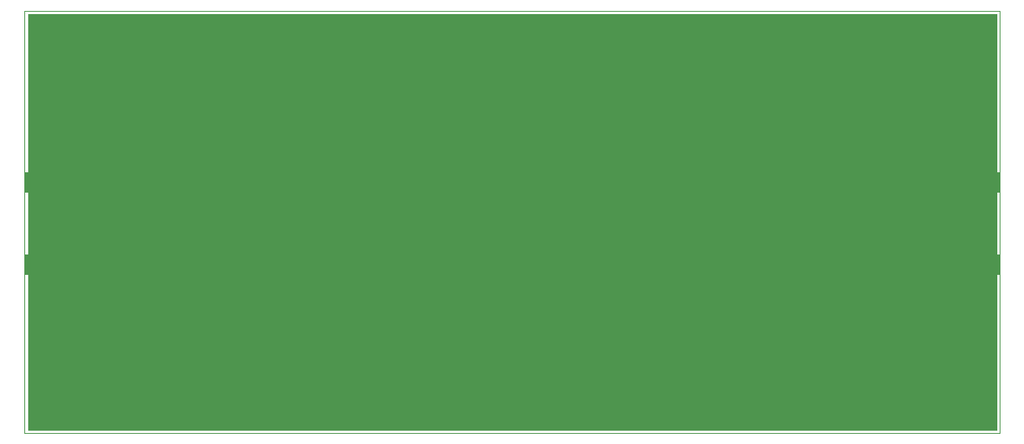
<source format=gbl>
G75*
G70*
%OFA0B0*%
%FSLAX24Y24*%
%IPPOS*%
%LPD*%
%AMOC8*
5,1,8,0,0,1.08239X$1,22.5*
%
%ADD10C,0.0000*%
%ADD11R,0.2000X0.0900*%
%ADD12C,0.0010*%
%ADD13C,0.0340*%
D10*
X003851Y000105D02*
X003851Y018100D01*
X045288Y018100D01*
X045288Y000105D01*
X003851Y000105D01*
X003851Y006843D02*
X003851Y011243D01*
X045288Y011243D02*
X045288Y006843D01*
D11*
X044278Y007303D03*
X044278Y010783D03*
X004861Y010783D03*
X004861Y007303D03*
D12*
X004006Y007306D02*
X045133Y007306D01*
X045133Y007314D02*
X004006Y007314D01*
X004006Y007323D02*
X045133Y007323D01*
X045133Y007331D02*
X004006Y007331D01*
X004006Y007340D02*
X045133Y007340D01*
X045133Y007348D02*
X004006Y007348D01*
X004006Y007357D02*
X045133Y007357D01*
X045133Y007365D02*
X004006Y007365D01*
X004006Y007374D02*
X045133Y007374D01*
X045133Y007382D02*
X004006Y007382D01*
X004006Y007391D02*
X045133Y007391D01*
X045133Y007399D02*
X004006Y007399D01*
X004006Y007408D02*
X045133Y007408D01*
X045133Y007416D02*
X004006Y007416D01*
X004006Y007425D02*
X045133Y007425D01*
X045133Y007433D02*
X004006Y007433D01*
X004006Y007442D02*
X045133Y007442D01*
X045133Y007450D02*
X004006Y007450D01*
X004006Y007459D02*
X045133Y007459D01*
X045133Y007467D02*
X004006Y007467D01*
X004006Y007476D02*
X045133Y007476D01*
X045133Y007484D02*
X004006Y007484D01*
X004006Y007493D02*
X045133Y007493D01*
X045133Y007501D02*
X004006Y007501D01*
X004006Y007510D02*
X045133Y007510D01*
X045133Y007518D02*
X004006Y007518D01*
X004006Y007527D02*
X045133Y007527D01*
X045133Y007535D02*
X004006Y007535D01*
X004006Y007544D02*
X045133Y007544D01*
X045133Y007552D02*
X004006Y007552D01*
X004006Y007561D02*
X045133Y007561D01*
X045133Y007569D02*
X004006Y007569D01*
X004006Y007578D02*
X045133Y007578D01*
X045133Y007586D02*
X004006Y007586D01*
X004006Y007595D02*
X045133Y007595D01*
X045133Y007603D02*
X004006Y007603D01*
X004006Y007612D02*
X045133Y007612D01*
X045133Y007620D02*
X004006Y007620D01*
X004006Y007629D02*
X045133Y007629D01*
X045133Y007637D02*
X004006Y007637D01*
X004006Y007646D02*
X045133Y007646D01*
X045133Y007654D02*
X004006Y007654D01*
X004006Y007663D02*
X045133Y007663D01*
X045133Y007671D02*
X004006Y007671D01*
X004006Y007680D02*
X045133Y007680D01*
X045133Y007688D02*
X004006Y007688D01*
X004006Y007697D02*
X045133Y007697D01*
X045133Y007705D02*
X004006Y007705D01*
X004006Y007714D02*
X045133Y007714D01*
X045133Y007722D02*
X004006Y007722D01*
X004006Y007731D02*
X045133Y007731D01*
X045133Y007739D02*
X004006Y007739D01*
X004006Y007748D02*
X045133Y007748D01*
X045133Y007756D02*
X004006Y007756D01*
X004006Y007765D02*
X045133Y007765D01*
X045133Y007773D02*
X004006Y007773D01*
X004006Y007782D02*
X045133Y007782D01*
X045133Y007790D02*
X004006Y007790D01*
X004006Y007799D02*
X045133Y007799D01*
X045133Y007807D02*
X004006Y007807D01*
X004006Y007816D02*
X045133Y007816D01*
X045133Y007824D02*
X004006Y007824D01*
X004006Y007833D02*
X045133Y007833D01*
X045133Y007841D02*
X004006Y007841D01*
X004006Y007850D02*
X045133Y007850D01*
X045133Y007858D02*
X004006Y007858D01*
X004006Y007867D02*
X045133Y007867D01*
X045133Y007875D02*
X004006Y007875D01*
X004006Y007884D02*
X045133Y007884D01*
X045133Y007892D02*
X004006Y007892D01*
X004006Y007901D02*
X045133Y007901D01*
X045133Y007909D02*
X004006Y007909D01*
X004006Y007918D02*
X045133Y007918D01*
X045133Y007926D02*
X004006Y007926D01*
X004006Y007935D02*
X045133Y007935D01*
X045133Y007943D02*
X004006Y007943D01*
X004006Y007952D02*
X045133Y007952D01*
X045133Y007960D02*
X004006Y007960D01*
X004006Y007969D02*
X045133Y007969D01*
X045133Y007977D02*
X004006Y007977D01*
X004006Y007986D02*
X045133Y007986D01*
X045133Y007994D02*
X004006Y007994D01*
X004006Y008003D02*
X045133Y008003D01*
X045133Y008011D02*
X004006Y008011D01*
X004006Y008020D02*
X045133Y008020D01*
X045133Y008028D02*
X004006Y008028D01*
X004006Y008037D02*
X045133Y008037D01*
X045133Y008045D02*
X004006Y008045D01*
X004006Y008054D02*
X045133Y008054D01*
X045133Y008062D02*
X004006Y008062D01*
X004006Y008071D02*
X045133Y008071D01*
X045133Y008079D02*
X004006Y008079D01*
X004006Y008088D02*
X045133Y008088D01*
X045133Y008096D02*
X004006Y008096D01*
X004006Y008105D02*
X045133Y008105D01*
X045133Y008114D02*
X004006Y008114D01*
X004006Y008122D02*
X045133Y008122D01*
X045133Y008131D02*
X004006Y008131D01*
X004006Y008139D02*
X045133Y008139D01*
X045133Y008148D02*
X004006Y008148D01*
X004006Y008156D02*
X045133Y008156D01*
X045133Y008165D02*
X004006Y008165D01*
X004006Y008173D02*
X045133Y008173D01*
X045133Y008182D02*
X004006Y008182D01*
X004006Y008190D02*
X045133Y008190D01*
X045133Y008199D02*
X004006Y008199D01*
X004006Y008207D02*
X045133Y008207D01*
X045133Y008216D02*
X004006Y008216D01*
X004006Y008224D02*
X045133Y008224D01*
X045133Y008233D02*
X004006Y008233D01*
X004006Y008241D02*
X045133Y008241D01*
X045133Y008250D02*
X004006Y008250D01*
X004006Y008258D02*
X045133Y008258D01*
X045133Y008267D02*
X004006Y008267D01*
X004006Y008275D02*
X045133Y008275D01*
X045133Y008284D02*
X004006Y008284D01*
X004006Y008292D02*
X045133Y008292D01*
X045133Y008301D02*
X004006Y008301D01*
X004006Y008309D02*
X045133Y008309D01*
X045133Y008318D02*
X004006Y008318D01*
X004006Y008326D02*
X045133Y008326D01*
X045133Y008335D02*
X004006Y008335D01*
X004006Y008343D02*
X045133Y008343D01*
X045133Y008352D02*
X004006Y008352D01*
X004006Y008360D02*
X045133Y008360D01*
X045133Y008369D02*
X004006Y008369D01*
X004006Y008377D02*
X045133Y008377D01*
X045133Y008386D02*
X004006Y008386D01*
X004006Y008394D02*
X045133Y008394D01*
X045133Y008403D02*
X004006Y008403D01*
X004006Y008411D02*
X045133Y008411D01*
X045133Y008420D02*
X004006Y008420D01*
X004006Y008428D02*
X045133Y008428D01*
X045133Y008437D02*
X004006Y008437D01*
X004006Y008445D02*
X045133Y008445D01*
X045133Y008454D02*
X004006Y008454D01*
X004006Y008462D02*
X045133Y008462D01*
X045133Y008471D02*
X004006Y008471D01*
X004006Y008479D02*
X045133Y008479D01*
X045133Y008488D02*
X004006Y008488D01*
X004006Y008496D02*
X045133Y008496D01*
X045133Y008505D02*
X004006Y008505D01*
X004006Y008513D02*
X045133Y008513D01*
X045133Y008522D02*
X004006Y008522D01*
X004006Y008530D02*
X045133Y008530D01*
X045133Y008539D02*
X004006Y008539D01*
X004006Y008547D02*
X045133Y008547D01*
X045133Y008556D02*
X004006Y008556D01*
X004006Y008564D02*
X045133Y008564D01*
X045133Y008573D02*
X004006Y008573D01*
X004006Y008581D02*
X045133Y008581D01*
X045133Y008590D02*
X004006Y008590D01*
X004006Y008598D02*
X045133Y008598D01*
X045133Y008607D02*
X004006Y008607D01*
X004006Y008615D02*
X045133Y008615D01*
X045133Y008624D02*
X004006Y008624D01*
X004006Y008632D02*
X045133Y008632D01*
X045133Y008641D02*
X004006Y008641D01*
X004006Y008649D02*
X045133Y008649D01*
X045133Y008658D02*
X004006Y008658D01*
X004006Y008666D02*
X045133Y008666D01*
X045133Y008675D02*
X004006Y008675D01*
X004006Y008683D02*
X045133Y008683D01*
X045133Y008692D02*
X004006Y008692D01*
X004006Y008700D02*
X045133Y008700D01*
X045133Y008709D02*
X004006Y008709D01*
X004006Y008717D02*
X045133Y008717D01*
X045133Y008726D02*
X004006Y008726D01*
X004006Y008734D02*
X045133Y008734D01*
X045133Y008743D02*
X004006Y008743D01*
X004006Y008751D02*
X045133Y008751D01*
X045133Y008760D02*
X004006Y008760D01*
X004006Y008768D02*
X045133Y008768D01*
X045133Y008777D02*
X004006Y008777D01*
X004006Y008785D02*
X045133Y008785D01*
X045133Y008794D02*
X004006Y008794D01*
X004006Y008802D02*
X045133Y008802D01*
X045133Y008811D02*
X004006Y008811D01*
X004006Y008819D02*
X045133Y008819D01*
X045133Y008828D02*
X004006Y008828D01*
X004006Y008836D02*
X045133Y008836D01*
X045133Y008845D02*
X004006Y008845D01*
X004006Y008853D02*
X045133Y008853D01*
X045133Y008862D02*
X004006Y008862D01*
X004006Y008870D02*
X045133Y008870D01*
X045133Y008879D02*
X004006Y008879D01*
X004006Y008887D02*
X045133Y008887D01*
X045133Y008896D02*
X004006Y008896D01*
X004006Y008904D02*
X045133Y008904D01*
X045133Y008913D02*
X004006Y008913D01*
X004006Y008921D02*
X045133Y008921D01*
X045133Y008930D02*
X004006Y008930D01*
X004006Y008938D02*
X045133Y008938D01*
X045133Y008947D02*
X004006Y008947D01*
X004006Y008955D02*
X045133Y008955D01*
X045133Y008964D02*
X004006Y008964D01*
X004006Y008972D02*
X045133Y008972D01*
X045133Y008981D02*
X004006Y008981D01*
X004006Y008989D02*
X045133Y008989D01*
X045133Y008998D02*
X004006Y008998D01*
X004006Y009006D02*
X045133Y009006D01*
X045133Y009015D02*
X004006Y009015D01*
X004006Y009023D02*
X045133Y009023D01*
X045133Y009032D02*
X004006Y009032D01*
X004006Y009040D02*
X045133Y009040D01*
X045133Y009049D02*
X004006Y009049D01*
X004006Y009057D02*
X045133Y009057D01*
X045133Y009066D02*
X004006Y009066D01*
X004006Y009074D02*
X045133Y009074D01*
X045133Y009083D02*
X004006Y009083D01*
X004006Y009091D02*
X045133Y009091D01*
X045133Y009100D02*
X004006Y009100D01*
X004006Y009108D02*
X045133Y009108D01*
X045133Y009117D02*
X004006Y009117D01*
X004006Y009125D02*
X045133Y009125D01*
X045133Y009134D02*
X004006Y009134D01*
X004006Y009142D02*
X045133Y009142D01*
X045133Y009151D02*
X004006Y009151D01*
X004006Y009159D02*
X045133Y009159D01*
X045133Y009168D02*
X004006Y009168D01*
X004006Y009176D02*
X045133Y009176D01*
X045133Y009185D02*
X004006Y009185D01*
X004006Y009193D02*
X045133Y009193D01*
X045133Y009202D02*
X004006Y009202D01*
X004006Y009210D02*
X045133Y009210D01*
X045133Y009219D02*
X004006Y009219D01*
X004006Y009227D02*
X045133Y009227D01*
X045133Y009236D02*
X004006Y009236D01*
X004006Y009244D02*
X045133Y009244D01*
X045133Y009253D02*
X004006Y009253D01*
X004006Y009261D02*
X045133Y009261D01*
X045133Y009270D02*
X004006Y009270D01*
X004006Y009278D02*
X045133Y009278D01*
X045133Y009287D02*
X004006Y009287D01*
X004006Y009295D02*
X045133Y009295D01*
X045133Y009304D02*
X004006Y009304D01*
X004006Y009312D02*
X045133Y009312D01*
X045133Y009321D02*
X004006Y009321D01*
X004006Y009329D02*
X045133Y009329D01*
X045133Y009338D02*
X004006Y009338D01*
X004006Y009346D02*
X045133Y009346D01*
X045133Y009355D02*
X004006Y009355D01*
X004006Y009363D02*
X045133Y009363D01*
X045133Y009372D02*
X004006Y009372D01*
X004006Y009380D02*
X045133Y009380D01*
X045133Y009389D02*
X004006Y009389D01*
X004006Y009397D02*
X045133Y009397D01*
X045133Y009406D02*
X004006Y009406D01*
X004006Y009414D02*
X045133Y009414D01*
X045133Y009423D02*
X004006Y009423D01*
X004006Y009431D02*
X045133Y009431D01*
X045133Y009440D02*
X004006Y009440D01*
X004006Y009448D02*
X045133Y009448D01*
X045133Y009457D02*
X004006Y009457D01*
X004006Y009465D02*
X045133Y009465D01*
X045133Y009474D02*
X004006Y009474D01*
X004006Y009482D02*
X045133Y009482D01*
X045133Y009491D02*
X004006Y009491D01*
X004006Y009499D02*
X045133Y009499D01*
X045133Y009508D02*
X004006Y009508D01*
X004006Y009516D02*
X045133Y009516D01*
X045133Y009525D02*
X004006Y009525D01*
X004006Y009533D02*
X045133Y009533D01*
X045133Y009542D02*
X004006Y009542D01*
X004006Y009550D02*
X045133Y009550D01*
X045133Y009559D02*
X004006Y009559D01*
X004006Y009567D02*
X045133Y009567D01*
X045133Y009576D02*
X004006Y009576D01*
X004006Y009584D02*
X045133Y009584D01*
X045133Y009593D02*
X004006Y009593D01*
X004006Y009601D02*
X045133Y009601D01*
X045133Y009610D02*
X004006Y009610D01*
X004006Y009618D02*
X045133Y009618D01*
X045133Y009627D02*
X004006Y009627D01*
X004006Y009635D02*
X045133Y009635D01*
X045133Y009644D02*
X004006Y009644D01*
X004006Y009652D02*
X045133Y009652D01*
X045133Y009661D02*
X004006Y009661D01*
X004006Y009669D02*
X045133Y009669D01*
X045133Y009678D02*
X004006Y009678D01*
X004006Y009686D02*
X045133Y009686D01*
X045133Y009695D02*
X004006Y009695D01*
X004006Y009703D02*
X045133Y009703D01*
X045133Y009712D02*
X004006Y009712D01*
X004006Y009720D02*
X045133Y009720D01*
X045133Y009729D02*
X004006Y009729D01*
X004006Y009737D02*
X045133Y009737D01*
X045133Y009746D02*
X004006Y009746D01*
X004006Y009754D02*
X045133Y009754D01*
X045133Y009763D02*
X004006Y009763D01*
X004006Y009771D02*
X045133Y009771D01*
X045133Y009780D02*
X004006Y009780D01*
X004006Y009788D02*
X045133Y009788D01*
X045133Y009797D02*
X004006Y009797D01*
X004006Y009805D02*
X045133Y009805D01*
X045133Y009814D02*
X004006Y009814D01*
X004006Y009822D02*
X045133Y009822D01*
X045133Y009831D02*
X004006Y009831D01*
X004006Y009839D02*
X045133Y009839D01*
X045133Y009848D02*
X004006Y009848D01*
X004006Y009856D02*
X045133Y009856D01*
X045133Y009865D02*
X004006Y009865D01*
X004006Y009873D02*
X045133Y009873D01*
X045133Y009882D02*
X004006Y009882D01*
X004006Y009890D02*
X045133Y009890D01*
X045133Y009899D02*
X004006Y009899D01*
X004006Y009907D02*
X045133Y009907D01*
X045133Y009916D02*
X004006Y009916D01*
X004006Y009924D02*
X045133Y009924D01*
X045133Y009933D02*
X004006Y009933D01*
X004006Y009941D02*
X045133Y009941D01*
X045133Y009950D02*
X004006Y009950D01*
X004006Y009958D02*
X045133Y009958D01*
X045133Y009967D02*
X004006Y009967D01*
X004006Y009975D02*
X045133Y009975D01*
X045133Y009984D02*
X004006Y009984D01*
X004006Y009992D02*
X045133Y009992D01*
X045133Y010001D02*
X004006Y010001D01*
X004006Y010009D02*
X045133Y010009D01*
X045133Y010018D02*
X004006Y010018D01*
X004006Y010026D02*
X045133Y010026D01*
X045133Y010035D02*
X004006Y010035D01*
X004006Y010043D02*
X045133Y010043D01*
X045133Y010052D02*
X004006Y010052D01*
X004006Y010060D02*
X045133Y010060D01*
X045133Y010069D02*
X004006Y010069D01*
X004006Y010077D02*
X045133Y010077D01*
X045133Y010086D02*
X004006Y010086D01*
X004006Y010094D02*
X045133Y010094D01*
X045133Y010103D02*
X004006Y010103D01*
X004006Y010111D02*
X045133Y010111D01*
X045133Y010120D02*
X004006Y010120D01*
X004006Y010128D02*
X045133Y010128D01*
X045133Y010137D02*
X004006Y010137D01*
X004006Y010145D02*
X045133Y010145D01*
X045133Y010154D02*
X004006Y010154D01*
X004006Y010162D02*
X045133Y010162D01*
X045133Y010171D02*
X004006Y010171D01*
X004006Y010179D02*
X045133Y010179D01*
X045133Y010188D02*
X004006Y010188D01*
X004006Y010196D02*
X045133Y010196D01*
X045133Y010205D02*
X004006Y010205D01*
X004006Y010213D02*
X045133Y010213D01*
X045133Y010222D02*
X004006Y010222D01*
X004006Y010230D02*
X045133Y010230D01*
X045133Y010239D02*
X004006Y010239D01*
X004006Y010247D02*
X045133Y010247D01*
X045133Y010256D02*
X004006Y010256D01*
X004006Y010264D02*
X045133Y010264D01*
X045133Y010273D02*
X004006Y010273D01*
X004006Y010281D02*
X045133Y010281D01*
X045133Y010290D02*
X004006Y010290D01*
X004006Y010298D02*
X045133Y010298D01*
X045133Y010307D02*
X004006Y010307D01*
X004006Y010315D02*
X045133Y010315D01*
X045133Y010324D02*
X004006Y010324D01*
X004006Y010332D02*
X045133Y010332D01*
X045133Y010341D02*
X004006Y010341D01*
X004006Y010349D02*
X045133Y010349D01*
X045133Y010358D02*
X004006Y010358D01*
X004006Y010366D02*
X045133Y010366D01*
X045133Y010375D02*
X004006Y010375D01*
X004006Y010383D02*
X045133Y010383D01*
X045133Y010392D02*
X004006Y010392D01*
X004006Y010400D02*
X045133Y010400D01*
X045133Y010409D02*
X004006Y010409D01*
X004006Y010417D02*
X045133Y010417D01*
X045133Y010426D02*
X004006Y010426D01*
X004006Y010434D02*
X045133Y010434D01*
X045133Y010443D02*
X004006Y010443D01*
X004006Y010451D02*
X045133Y010451D01*
X045133Y010460D02*
X004006Y010460D01*
X004006Y010468D02*
X045133Y010468D01*
X045133Y010477D02*
X004006Y010477D01*
X004006Y010485D02*
X045133Y010485D01*
X045133Y010494D02*
X004006Y010494D01*
X004006Y010502D02*
X045133Y010502D01*
X045133Y010511D02*
X004006Y010511D01*
X004006Y010519D02*
X045133Y010519D01*
X045133Y010528D02*
X004006Y010528D01*
X004006Y010536D02*
X045133Y010536D01*
X045133Y010545D02*
X004006Y010545D01*
X004006Y010553D02*
X045133Y010553D01*
X045133Y010562D02*
X004006Y010562D01*
X004006Y010570D02*
X045133Y010570D01*
X045133Y010579D02*
X004006Y010579D01*
X004006Y010587D02*
X045133Y010587D01*
X045133Y010596D02*
X004006Y010596D01*
X004006Y010604D02*
X045133Y010604D01*
X045133Y010613D02*
X004006Y010613D01*
X004006Y010621D02*
X045133Y010621D01*
X045133Y010630D02*
X004006Y010630D01*
X004006Y010638D02*
X045133Y010638D01*
X045133Y010647D02*
X004006Y010647D01*
X004006Y010655D02*
X045133Y010655D01*
X045133Y010664D02*
X004006Y010664D01*
X004006Y010672D02*
X045133Y010672D01*
X045133Y010681D02*
X004006Y010681D01*
X004006Y010689D02*
X045133Y010689D01*
X045133Y010698D02*
X004006Y010698D01*
X004006Y010706D02*
X045133Y010706D01*
X045133Y010715D02*
X004006Y010715D01*
X004006Y010723D02*
X045133Y010723D01*
X045133Y010732D02*
X004006Y010732D01*
X004006Y010740D02*
X045133Y010740D01*
X045133Y010749D02*
X004006Y010749D01*
X004006Y010757D02*
X045133Y010757D01*
X045133Y010766D02*
X004006Y010766D01*
X004006Y010774D02*
X045133Y010774D01*
X045133Y010783D02*
X004006Y010783D01*
X004006Y010791D02*
X045133Y010791D01*
X045133Y010800D02*
X004006Y010800D01*
X004006Y010808D02*
X045133Y010808D01*
X045133Y010817D02*
X004006Y010817D01*
X004006Y010825D02*
X045133Y010825D01*
X045133Y010834D02*
X004006Y010834D01*
X004006Y010842D02*
X045133Y010842D01*
X045133Y010851D02*
X004006Y010851D01*
X004006Y010859D02*
X045133Y010859D01*
X045133Y010868D02*
X004006Y010868D01*
X004006Y010876D02*
X045133Y010876D01*
X045133Y010885D02*
X004006Y010885D01*
X004006Y010893D02*
X045133Y010893D01*
X045133Y010902D02*
X004006Y010902D01*
X004006Y010910D02*
X045133Y010910D01*
X045133Y010919D02*
X004006Y010919D01*
X004006Y010927D02*
X045133Y010927D01*
X045133Y010936D02*
X004006Y010936D01*
X004006Y010944D02*
X045133Y010944D01*
X045133Y010953D02*
X004006Y010953D01*
X004006Y010961D02*
X045133Y010961D01*
X045133Y010970D02*
X004006Y010970D01*
X004006Y010978D02*
X045133Y010978D01*
X045133Y010987D02*
X004006Y010987D01*
X004006Y010995D02*
X045133Y010995D01*
X045133Y011004D02*
X004006Y011004D01*
X004006Y011012D02*
X045133Y011012D01*
X045133Y011021D02*
X004006Y011021D01*
X004006Y011029D02*
X045133Y011029D01*
X045133Y011038D02*
X004006Y011038D01*
X004006Y011046D02*
X045133Y011046D01*
X045133Y011055D02*
X004006Y011055D01*
X004006Y011063D02*
X045133Y011063D01*
X045133Y011072D02*
X004006Y011072D01*
X004006Y011080D02*
X045133Y011080D01*
X045133Y011089D02*
X004006Y011089D01*
X004006Y011097D02*
X045133Y011097D01*
X045133Y011106D02*
X004006Y011106D01*
X004006Y011114D02*
X045133Y011114D01*
X045133Y011123D02*
X004006Y011123D01*
X004006Y011131D02*
X045133Y011131D01*
X045133Y011140D02*
X004006Y011140D01*
X004006Y011148D02*
X045133Y011148D01*
X045133Y011157D02*
X004006Y011157D01*
X004006Y011165D02*
X045133Y011165D01*
X045133Y011174D02*
X004006Y011174D01*
X004006Y011182D02*
X045133Y011182D01*
X045133Y011191D02*
X004006Y011191D01*
X004006Y011199D02*
X045133Y011199D01*
X045133Y011208D02*
X004006Y011208D01*
X004006Y011216D02*
X045133Y011216D01*
X045133Y011225D02*
X004006Y011225D01*
X004006Y011233D02*
X045133Y011233D01*
X045133Y011242D02*
X004006Y011242D01*
X004006Y011250D02*
X045133Y011250D01*
X045133Y011259D02*
X004006Y011259D01*
X004006Y011267D02*
X045133Y011267D01*
X045133Y011276D02*
X004006Y011276D01*
X004006Y011284D02*
X045133Y011284D01*
X045133Y011293D02*
X004006Y011293D01*
X004006Y011301D02*
X045133Y011301D01*
X045133Y011310D02*
X004006Y011310D01*
X004006Y011318D02*
X045133Y011318D01*
X045133Y011327D02*
X004006Y011327D01*
X004006Y011335D02*
X045133Y011335D01*
X045133Y011344D02*
X004006Y011344D01*
X004006Y011352D02*
X045133Y011352D01*
X045133Y011361D02*
X004006Y011361D01*
X004006Y011369D02*
X045133Y011369D01*
X045133Y011378D02*
X004006Y011378D01*
X004006Y011386D02*
X045133Y011386D01*
X045133Y011395D02*
X004006Y011395D01*
X004006Y011403D02*
X045133Y011403D01*
X045133Y011412D02*
X004006Y011412D01*
X004006Y011420D02*
X045133Y011420D01*
X045133Y011429D02*
X004006Y011429D01*
X004006Y011437D02*
X045133Y011437D01*
X045133Y011446D02*
X004006Y011446D01*
X004006Y011454D02*
X045133Y011454D01*
X045133Y011463D02*
X004006Y011463D01*
X004006Y011471D02*
X045133Y011471D01*
X045133Y011480D02*
X004006Y011480D01*
X004006Y011488D02*
X045133Y011488D01*
X045133Y011497D02*
X004006Y011497D01*
X004006Y011505D02*
X045133Y011505D01*
X045133Y011514D02*
X004006Y011514D01*
X004006Y011522D02*
X045133Y011522D01*
X045133Y011531D02*
X004006Y011531D01*
X004006Y011539D02*
X045133Y011539D01*
X045133Y011548D02*
X004006Y011548D01*
X004006Y011556D02*
X045133Y011556D01*
X045133Y011565D02*
X004006Y011565D01*
X004006Y011573D02*
X045133Y011573D01*
X045133Y011582D02*
X004006Y011582D01*
X004006Y011590D02*
X045133Y011590D01*
X045133Y011599D02*
X004006Y011599D01*
X004006Y011607D02*
X045133Y011607D01*
X045133Y011616D02*
X004006Y011616D01*
X004006Y011624D02*
X045133Y011624D01*
X045133Y011633D02*
X004006Y011633D01*
X004006Y011641D02*
X045133Y011641D01*
X045133Y011650D02*
X004006Y011650D01*
X004006Y011658D02*
X045133Y011658D01*
X045133Y011667D02*
X004006Y011667D01*
X004006Y011675D02*
X045133Y011675D01*
X045133Y011684D02*
X004006Y011684D01*
X004006Y011692D02*
X045133Y011692D01*
X045133Y011701D02*
X004006Y011701D01*
X004006Y011709D02*
X045133Y011709D01*
X045133Y011718D02*
X004006Y011718D01*
X004006Y011726D02*
X045133Y011726D01*
X045133Y011735D02*
X004006Y011735D01*
X004006Y011743D02*
X045133Y011743D01*
X045133Y011752D02*
X004006Y011752D01*
X004006Y011760D02*
X045133Y011760D01*
X045133Y011769D02*
X004006Y011769D01*
X004006Y011777D02*
X045133Y011777D01*
X045133Y011786D02*
X004006Y011786D01*
X004006Y011794D02*
X045133Y011794D01*
X045133Y011803D02*
X004006Y011803D01*
X004006Y011811D02*
X045133Y011811D01*
X045133Y011820D02*
X004006Y011820D01*
X004006Y011828D02*
X045133Y011828D01*
X045133Y011837D02*
X004006Y011837D01*
X004006Y011845D02*
X045133Y011845D01*
X045133Y011854D02*
X004006Y011854D01*
X004006Y011862D02*
X045133Y011862D01*
X045133Y011871D02*
X004006Y011871D01*
X004006Y011879D02*
X045133Y011879D01*
X045133Y011888D02*
X004006Y011888D01*
X004006Y011896D02*
X045133Y011896D01*
X045133Y011905D02*
X004006Y011905D01*
X004006Y011913D02*
X045133Y011913D01*
X045133Y011922D02*
X004006Y011922D01*
X004006Y011930D02*
X045133Y011930D01*
X045133Y011939D02*
X004006Y011939D01*
X004006Y011947D02*
X045133Y011947D01*
X045133Y011956D02*
X004006Y011956D01*
X004006Y011964D02*
X045133Y011964D01*
X045133Y011973D02*
X004006Y011973D01*
X004006Y011981D02*
X045133Y011981D01*
X045133Y011990D02*
X004006Y011990D01*
X004006Y011998D02*
X045133Y011998D01*
X045133Y012007D02*
X004006Y012007D01*
X004006Y012015D02*
X045133Y012015D01*
X045133Y012024D02*
X004006Y012024D01*
X004006Y012032D02*
X045133Y012032D01*
X045133Y012041D02*
X004006Y012041D01*
X004006Y012049D02*
X045133Y012049D01*
X045133Y012058D02*
X004006Y012058D01*
X004006Y012066D02*
X045133Y012066D01*
X045133Y012075D02*
X004006Y012075D01*
X004006Y012083D02*
X045133Y012083D01*
X045133Y012092D02*
X004006Y012092D01*
X004006Y012100D02*
X045133Y012100D01*
X045133Y012109D02*
X004006Y012109D01*
X004006Y012117D02*
X045133Y012117D01*
X045133Y012126D02*
X004006Y012126D01*
X004006Y012134D02*
X045133Y012134D01*
X045133Y012143D02*
X004006Y012143D01*
X004006Y012151D02*
X045133Y012151D01*
X045133Y012160D02*
X004006Y012160D01*
X004006Y012168D02*
X045133Y012168D01*
X045133Y012177D02*
X004006Y012177D01*
X004006Y012185D02*
X045133Y012185D01*
X045133Y012194D02*
X004006Y012194D01*
X004006Y012202D02*
X045133Y012202D01*
X045133Y012211D02*
X004006Y012211D01*
X004006Y012219D02*
X045133Y012219D01*
X045133Y012228D02*
X004006Y012228D01*
X004006Y012236D02*
X045133Y012236D01*
X045133Y012245D02*
X004006Y012245D01*
X004006Y012253D02*
X045133Y012253D01*
X045133Y012262D02*
X004006Y012262D01*
X004006Y012270D02*
X045133Y012270D01*
X045133Y012279D02*
X004006Y012279D01*
X004006Y012287D02*
X045133Y012287D01*
X045133Y012296D02*
X004006Y012296D01*
X004006Y012304D02*
X045133Y012304D01*
X045133Y012313D02*
X004006Y012313D01*
X004006Y012321D02*
X045133Y012321D01*
X045133Y012330D02*
X004006Y012330D01*
X004006Y012338D02*
X045133Y012338D01*
X045133Y012347D02*
X004006Y012347D01*
X004006Y012355D02*
X045133Y012355D01*
X045133Y012364D02*
X004006Y012364D01*
X004006Y012372D02*
X045133Y012372D01*
X045133Y012381D02*
X004006Y012381D01*
X004006Y012389D02*
X045133Y012389D01*
X045133Y012398D02*
X004006Y012398D01*
X004006Y012406D02*
X045133Y012406D01*
X045133Y012415D02*
X004006Y012415D01*
X004006Y012423D02*
X045133Y012423D01*
X045133Y012432D02*
X004006Y012432D01*
X004006Y012440D02*
X045133Y012440D01*
X045133Y012449D02*
X004006Y012449D01*
X004006Y012457D02*
X045133Y012457D01*
X045133Y012466D02*
X004006Y012466D01*
X004006Y012474D02*
X045133Y012474D01*
X045133Y012483D02*
X004006Y012483D01*
X004006Y012491D02*
X045133Y012491D01*
X045133Y012500D02*
X004006Y012500D01*
X004006Y012508D02*
X045133Y012508D01*
X045133Y012517D02*
X004006Y012517D01*
X004006Y012525D02*
X045133Y012525D01*
X045133Y012534D02*
X004006Y012534D01*
X004006Y012542D02*
X045133Y012542D01*
X045133Y012551D02*
X004006Y012551D01*
X004006Y012559D02*
X045133Y012559D01*
X045133Y012568D02*
X004006Y012568D01*
X004006Y012576D02*
X045133Y012576D01*
X045133Y012585D02*
X004006Y012585D01*
X004006Y012593D02*
X045133Y012593D01*
X045133Y012602D02*
X004006Y012602D01*
X004006Y012610D02*
X045133Y012610D01*
X045133Y012619D02*
X004006Y012619D01*
X004006Y012627D02*
X045133Y012627D01*
X045133Y012636D02*
X004006Y012636D01*
X004006Y012644D02*
X045133Y012644D01*
X045133Y012653D02*
X004006Y012653D01*
X004006Y012661D02*
X045133Y012661D01*
X045133Y012670D02*
X004006Y012670D01*
X004006Y012678D02*
X045133Y012678D01*
X045133Y012687D02*
X004006Y012687D01*
X004006Y012695D02*
X045133Y012695D01*
X045133Y012704D02*
X004006Y012704D01*
X004006Y012712D02*
X045133Y012712D01*
X045133Y012721D02*
X004006Y012721D01*
X004006Y012729D02*
X045133Y012729D01*
X045133Y012738D02*
X004006Y012738D01*
X004006Y012746D02*
X045133Y012746D01*
X045133Y012755D02*
X004006Y012755D01*
X004006Y012763D02*
X045133Y012763D01*
X045133Y012772D02*
X004006Y012772D01*
X004006Y012780D02*
X045133Y012780D01*
X045133Y012789D02*
X004006Y012789D01*
X004006Y012797D02*
X045133Y012797D01*
X045133Y012806D02*
X004006Y012806D01*
X004006Y012814D02*
X045133Y012814D01*
X045133Y012823D02*
X004006Y012823D01*
X004006Y012831D02*
X045133Y012831D01*
X045133Y012840D02*
X004006Y012840D01*
X004006Y012848D02*
X045133Y012848D01*
X045133Y012857D02*
X004006Y012857D01*
X004006Y012865D02*
X045133Y012865D01*
X045133Y012874D02*
X004006Y012874D01*
X004006Y012882D02*
X045133Y012882D01*
X045133Y012891D02*
X004006Y012891D01*
X004006Y012899D02*
X045133Y012899D01*
X045133Y012908D02*
X004006Y012908D01*
X004006Y012916D02*
X045133Y012916D01*
X045133Y012925D02*
X004006Y012925D01*
X004006Y012933D02*
X045133Y012933D01*
X045133Y012942D02*
X004006Y012942D01*
X004006Y012950D02*
X045133Y012950D01*
X045133Y012959D02*
X004006Y012959D01*
X004006Y012967D02*
X045133Y012967D01*
X045133Y012976D02*
X004006Y012976D01*
X004006Y012984D02*
X045133Y012984D01*
X045133Y012993D02*
X004006Y012993D01*
X004006Y013001D02*
X045133Y013001D01*
X045133Y013010D02*
X004006Y013010D01*
X004006Y013018D02*
X045133Y013018D01*
X045133Y013027D02*
X004006Y013027D01*
X004006Y013035D02*
X045133Y013035D01*
X045133Y013044D02*
X004006Y013044D01*
X004006Y013052D02*
X045133Y013052D01*
X045133Y013061D02*
X004006Y013061D01*
X004006Y013069D02*
X045133Y013069D01*
X045133Y013078D02*
X004006Y013078D01*
X004006Y013086D02*
X045133Y013086D01*
X045133Y013095D02*
X004006Y013095D01*
X004006Y013103D02*
X045133Y013103D01*
X045133Y013112D02*
X004006Y013112D01*
X004006Y013120D02*
X045133Y013120D01*
X045133Y013129D02*
X004006Y013129D01*
X004006Y013137D02*
X045133Y013137D01*
X045133Y013146D02*
X004006Y013146D01*
X004006Y013154D02*
X045133Y013154D01*
X045133Y013163D02*
X004006Y013163D01*
X004006Y013171D02*
X045133Y013171D01*
X045133Y013180D02*
X004006Y013180D01*
X004006Y013188D02*
X045133Y013188D01*
X045133Y013197D02*
X004006Y013197D01*
X004006Y013205D02*
X045133Y013205D01*
X045133Y013214D02*
X004006Y013214D01*
X004006Y013222D02*
X045133Y013222D01*
X045133Y013231D02*
X004006Y013231D01*
X004006Y013239D02*
X045133Y013239D01*
X045133Y013248D02*
X004006Y013248D01*
X004006Y013256D02*
X045133Y013256D01*
X045133Y013265D02*
X004006Y013265D01*
X004006Y013273D02*
X045133Y013273D01*
X045133Y013282D02*
X004006Y013282D01*
X004006Y013290D02*
X045133Y013290D01*
X045133Y013299D02*
X004006Y013299D01*
X004006Y013307D02*
X045133Y013307D01*
X045133Y013316D02*
X004006Y013316D01*
X004006Y013324D02*
X045133Y013324D01*
X045133Y013333D02*
X004006Y013333D01*
X004006Y013341D02*
X045133Y013341D01*
X045133Y013350D02*
X004006Y013350D01*
X004006Y013358D02*
X045133Y013358D01*
X045133Y013367D02*
X004006Y013367D01*
X004006Y013375D02*
X045133Y013375D01*
X045133Y013384D02*
X004006Y013384D01*
X004006Y013392D02*
X045133Y013392D01*
X045133Y013401D02*
X004006Y013401D01*
X004006Y013409D02*
X045133Y013409D01*
X045133Y013418D02*
X004006Y013418D01*
X004006Y013426D02*
X045133Y013426D01*
X045133Y013435D02*
X004006Y013435D01*
X004006Y013443D02*
X045133Y013443D01*
X045133Y013452D02*
X004006Y013452D01*
X004006Y013460D02*
X045133Y013460D01*
X045133Y013469D02*
X004006Y013469D01*
X004006Y013477D02*
X045133Y013477D01*
X045133Y013486D02*
X004006Y013486D01*
X004006Y013494D02*
X045133Y013494D01*
X045133Y013503D02*
X004006Y013503D01*
X004006Y013511D02*
X045133Y013511D01*
X045133Y013520D02*
X004006Y013520D01*
X004006Y013528D02*
X045133Y013528D01*
X045133Y013537D02*
X004006Y013537D01*
X004006Y013545D02*
X045133Y013545D01*
X045133Y013554D02*
X004006Y013554D01*
X004006Y013562D02*
X045133Y013562D01*
X045133Y013571D02*
X004006Y013571D01*
X004006Y013579D02*
X045133Y013579D01*
X045133Y013588D02*
X004006Y013588D01*
X004006Y013596D02*
X045133Y013596D01*
X045133Y013605D02*
X004006Y013605D01*
X004006Y013613D02*
X045133Y013613D01*
X045133Y013622D02*
X004006Y013622D01*
X004006Y013630D02*
X045133Y013630D01*
X045133Y013639D02*
X004006Y013639D01*
X004006Y013647D02*
X045133Y013647D01*
X045133Y013656D02*
X004006Y013656D01*
X004006Y013664D02*
X045133Y013664D01*
X045133Y013673D02*
X004006Y013673D01*
X004006Y013681D02*
X045133Y013681D01*
X045133Y013690D02*
X004006Y013690D01*
X004006Y013698D02*
X045133Y013698D01*
X045133Y013707D02*
X004006Y013707D01*
X004006Y013715D02*
X045133Y013715D01*
X045133Y013724D02*
X004006Y013724D01*
X004006Y013732D02*
X045133Y013732D01*
X045133Y013741D02*
X004006Y013741D01*
X004006Y013749D02*
X045133Y013749D01*
X045133Y013758D02*
X004006Y013758D01*
X004006Y013766D02*
X045133Y013766D01*
X045133Y013775D02*
X004006Y013775D01*
X004006Y013783D02*
X045133Y013783D01*
X045133Y013792D02*
X004006Y013792D01*
X004006Y013800D02*
X045133Y013800D01*
X045133Y013809D02*
X004006Y013809D01*
X004006Y013817D02*
X045133Y013817D01*
X045133Y013826D02*
X004006Y013826D01*
X004006Y013834D02*
X045133Y013834D01*
X045133Y013843D02*
X004006Y013843D01*
X004006Y013851D02*
X045133Y013851D01*
X045133Y013860D02*
X004006Y013860D01*
X004006Y013868D02*
X045133Y013868D01*
X045133Y013877D02*
X004006Y013877D01*
X004006Y013885D02*
X045133Y013885D01*
X045133Y013894D02*
X004006Y013894D01*
X004006Y013902D02*
X045133Y013902D01*
X045133Y013911D02*
X004006Y013911D01*
X004006Y013919D02*
X045133Y013919D01*
X045133Y013928D02*
X004006Y013928D01*
X004006Y013936D02*
X045133Y013936D01*
X045133Y013945D02*
X004006Y013945D01*
X004006Y013953D02*
X045133Y013953D01*
X045133Y013962D02*
X004006Y013962D01*
X004006Y013970D02*
X045133Y013970D01*
X045133Y013979D02*
X004006Y013979D01*
X004006Y013987D02*
X045133Y013987D01*
X045133Y013996D02*
X004006Y013996D01*
X004006Y014004D02*
X045133Y014004D01*
X045133Y014013D02*
X004006Y014013D01*
X004006Y014021D02*
X045133Y014021D01*
X045133Y014030D02*
X004006Y014030D01*
X004006Y014038D02*
X045133Y014038D01*
X045133Y014047D02*
X004006Y014047D01*
X004006Y014055D02*
X045133Y014055D01*
X045133Y014064D02*
X004006Y014064D01*
X004006Y014072D02*
X045133Y014072D01*
X045133Y014081D02*
X004006Y014081D01*
X004006Y014089D02*
X045133Y014089D01*
X045133Y014098D02*
X004006Y014098D01*
X004006Y014106D02*
X045133Y014106D01*
X045133Y014115D02*
X004006Y014115D01*
X004006Y014123D02*
X045133Y014123D01*
X045133Y014132D02*
X004006Y014132D01*
X004006Y014140D02*
X045133Y014140D01*
X045133Y014149D02*
X004006Y014149D01*
X004006Y014157D02*
X045133Y014157D01*
X045133Y014166D02*
X004006Y014166D01*
X004006Y014174D02*
X045133Y014174D01*
X045133Y014183D02*
X004006Y014183D01*
X004006Y014191D02*
X045133Y014191D01*
X045133Y014200D02*
X004006Y014200D01*
X004006Y014208D02*
X045133Y014208D01*
X045133Y014217D02*
X004006Y014217D01*
X004006Y014225D02*
X045133Y014225D01*
X045133Y014234D02*
X004006Y014234D01*
X004006Y014242D02*
X045133Y014242D01*
X045133Y014251D02*
X004006Y014251D01*
X004006Y014259D02*
X045133Y014259D01*
X045133Y014268D02*
X004006Y014268D01*
X004006Y014276D02*
X045133Y014276D01*
X045133Y014285D02*
X004006Y014285D01*
X004006Y014293D02*
X045133Y014293D01*
X045133Y014302D02*
X004006Y014302D01*
X004006Y014310D02*
X045133Y014310D01*
X045133Y014319D02*
X004006Y014319D01*
X004006Y014327D02*
X045133Y014327D01*
X045133Y014336D02*
X004006Y014336D01*
X004006Y014344D02*
X045133Y014344D01*
X045133Y014353D02*
X004006Y014353D01*
X004006Y014361D02*
X045133Y014361D01*
X045133Y014370D02*
X004006Y014370D01*
X004006Y014378D02*
X045133Y014378D01*
X045133Y014387D02*
X004006Y014387D01*
X004006Y014395D02*
X045133Y014395D01*
X045133Y014404D02*
X004006Y014404D01*
X004006Y014412D02*
X045133Y014412D01*
X045133Y014421D02*
X004006Y014421D01*
X004006Y014429D02*
X045133Y014429D01*
X045133Y014438D02*
X004006Y014438D01*
X004006Y014446D02*
X045133Y014446D01*
X045133Y014455D02*
X004006Y014455D01*
X004006Y014463D02*
X045133Y014463D01*
X045133Y014472D02*
X004006Y014472D01*
X004006Y014480D02*
X045133Y014480D01*
X045133Y014489D02*
X004006Y014489D01*
X004006Y014497D02*
X045133Y014497D01*
X045133Y014506D02*
X004006Y014506D01*
X004006Y014514D02*
X045133Y014514D01*
X045133Y014523D02*
X004006Y014523D01*
X004006Y014531D02*
X045133Y014531D01*
X045133Y014540D02*
X004006Y014540D01*
X004006Y014548D02*
X045133Y014548D01*
X045133Y014557D02*
X004006Y014557D01*
X004006Y014565D02*
X045133Y014565D01*
X045133Y014574D02*
X004006Y014574D01*
X004006Y014582D02*
X045133Y014582D01*
X045133Y014591D02*
X004006Y014591D01*
X004006Y014599D02*
X045133Y014599D01*
X045133Y014608D02*
X004006Y014608D01*
X004006Y014616D02*
X045133Y014616D01*
X045133Y014625D02*
X004006Y014625D01*
X004006Y014633D02*
X045133Y014633D01*
X045133Y014642D02*
X004006Y014642D01*
X004006Y014650D02*
X045133Y014650D01*
X045133Y014659D02*
X004006Y014659D01*
X004006Y014667D02*
X045133Y014667D01*
X045133Y014676D02*
X004006Y014676D01*
X004006Y014684D02*
X045133Y014684D01*
X045133Y014693D02*
X004006Y014693D01*
X004006Y014701D02*
X045133Y014701D01*
X045133Y014710D02*
X004006Y014710D01*
X004006Y014718D02*
X045133Y014718D01*
X045133Y014727D02*
X004006Y014727D01*
X004006Y014735D02*
X045133Y014735D01*
X045133Y014744D02*
X004006Y014744D01*
X004006Y014752D02*
X045133Y014752D01*
X045133Y014761D02*
X004006Y014761D01*
X004006Y014769D02*
X045133Y014769D01*
X045133Y014778D02*
X004006Y014778D01*
X004006Y014786D02*
X045133Y014786D01*
X045133Y014795D02*
X004006Y014795D01*
X004006Y014803D02*
X045133Y014803D01*
X045133Y014812D02*
X004006Y014812D01*
X004006Y014820D02*
X045133Y014820D01*
X045133Y014829D02*
X004006Y014829D01*
X004006Y014837D02*
X045133Y014837D01*
X045133Y014846D02*
X004006Y014846D01*
X004006Y014854D02*
X045133Y014854D01*
X045133Y014863D02*
X004006Y014863D01*
X004006Y014871D02*
X045133Y014871D01*
X045133Y014880D02*
X004006Y014880D01*
X004006Y014888D02*
X045133Y014888D01*
X045133Y014897D02*
X004006Y014897D01*
X004006Y014905D02*
X045133Y014905D01*
X045133Y014914D02*
X004006Y014914D01*
X004006Y014922D02*
X045133Y014922D01*
X045133Y014931D02*
X004006Y014931D01*
X004006Y014939D02*
X045133Y014939D01*
X045133Y014948D02*
X004006Y014948D01*
X004006Y014956D02*
X045133Y014956D01*
X045133Y014965D02*
X004006Y014965D01*
X004006Y014973D02*
X045133Y014973D01*
X045133Y014982D02*
X004006Y014982D01*
X004006Y014990D02*
X045133Y014990D01*
X045133Y014999D02*
X004006Y014999D01*
X004006Y015007D02*
X045133Y015007D01*
X045133Y015016D02*
X004006Y015016D01*
X004006Y015024D02*
X045133Y015024D01*
X045133Y015033D02*
X004006Y015033D01*
X004006Y015041D02*
X045133Y015041D01*
X045133Y015050D02*
X004006Y015050D01*
X004006Y015058D02*
X045133Y015058D01*
X045133Y015067D02*
X004006Y015067D01*
X004006Y015075D02*
X045133Y015075D01*
X045133Y015084D02*
X004006Y015084D01*
X004006Y015092D02*
X045133Y015092D01*
X045133Y015101D02*
X004006Y015101D01*
X004006Y015109D02*
X045133Y015109D01*
X045133Y015118D02*
X004006Y015118D01*
X004006Y015126D02*
X045133Y015126D01*
X045133Y015135D02*
X004006Y015135D01*
X004006Y015143D02*
X045133Y015143D01*
X045133Y015152D02*
X004006Y015152D01*
X004006Y015160D02*
X045133Y015160D01*
X045133Y015169D02*
X004006Y015169D01*
X004006Y015177D02*
X045133Y015177D01*
X045133Y015186D02*
X004006Y015186D01*
X004006Y015194D02*
X045133Y015194D01*
X045133Y015203D02*
X004006Y015203D01*
X004006Y015211D02*
X045133Y015211D01*
X045133Y015220D02*
X004006Y015220D01*
X004006Y015228D02*
X045133Y015228D01*
X045133Y015237D02*
X004006Y015237D01*
X004006Y015245D02*
X045133Y015245D01*
X045133Y015254D02*
X004006Y015254D01*
X004006Y015262D02*
X045133Y015262D01*
X045133Y015271D02*
X004006Y015271D01*
X004006Y015279D02*
X045133Y015279D01*
X045133Y015288D02*
X004006Y015288D01*
X004006Y015296D02*
X045133Y015296D01*
X045133Y015305D02*
X004006Y015305D01*
X004006Y015313D02*
X045133Y015313D01*
X045133Y015322D02*
X004006Y015322D01*
X004006Y015330D02*
X045133Y015330D01*
X045133Y015339D02*
X004006Y015339D01*
X004006Y015347D02*
X045133Y015347D01*
X045133Y015356D02*
X004006Y015356D01*
X004006Y015364D02*
X045133Y015364D01*
X045133Y015373D02*
X004006Y015373D01*
X004006Y015381D02*
X045133Y015381D01*
X045133Y015390D02*
X004006Y015390D01*
X004006Y015398D02*
X045133Y015398D01*
X045133Y015407D02*
X004006Y015407D01*
X004006Y015415D02*
X045133Y015415D01*
X045133Y015424D02*
X004006Y015424D01*
X004006Y015432D02*
X045133Y015432D01*
X045133Y015441D02*
X004006Y015441D01*
X004006Y015449D02*
X045133Y015449D01*
X045133Y015458D02*
X004006Y015458D01*
X004006Y015466D02*
X045133Y015466D01*
X045133Y015475D02*
X004006Y015475D01*
X004006Y015483D02*
X045133Y015483D01*
X045133Y015492D02*
X004006Y015492D01*
X004006Y015500D02*
X045133Y015500D01*
X045133Y015509D02*
X004006Y015509D01*
X004006Y015517D02*
X045133Y015517D01*
X045133Y015526D02*
X004006Y015526D01*
X004006Y015534D02*
X045133Y015534D01*
X045133Y015543D02*
X004006Y015543D01*
X004006Y015551D02*
X045133Y015551D01*
X045133Y015560D02*
X004006Y015560D01*
X004006Y015568D02*
X045133Y015568D01*
X045133Y015577D02*
X004006Y015577D01*
X004006Y015585D02*
X045133Y015585D01*
X045133Y015594D02*
X004006Y015594D01*
X004006Y015602D02*
X045133Y015602D01*
X045133Y015611D02*
X004006Y015611D01*
X004006Y015619D02*
X045133Y015619D01*
X045133Y015628D02*
X004006Y015628D01*
X004006Y015636D02*
X045133Y015636D01*
X045133Y015645D02*
X004006Y015645D01*
X004006Y015653D02*
X045133Y015653D01*
X045133Y015662D02*
X004006Y015662D01*
X004006Y015670D02*
X045133Y015670D01*
X045133Y015679D02*
X004006Y015679D01*
X004006Y015687D02*
X045133Y015687D01*
X045133Y015696D02*
X004006Y015696D01*
X004006Y015704D02*
X045133Y015704D01*
X045133Y015713D02*
X004006Y015713D01*
X004006Y015721D02*
X045133Y015721D01*
X045133Y015730D02*
X004006Y015730D01*
X004006Y015738D02*
X045133Y015738D01*
X045133Y015747D02*
X004006Y015747D01*
X004006Y015755D02*
X045133Y015755D01*
X045133Y015764D02*
X004006Y015764D01*
X004006Y015772D02*
X045133Y015772D01*
X045133Y015781D02*
X004006Y015781D01*
X004006Y015789D02*
X045133Y015789D01*
X045133Y015798D02*
X004006Y015798D01*
X004006Y015806D02*
X045133Y015806D01*
X045133Y015815D02*
X004006Y015815D01*
X004006Y015823D02*
X045133Y015823D01*
X045133Y015832D02*
X004006Y015832D01*
X004006Y015840D02*
X045133Y015840D01*
X045133Y015849D02*
X004006Y015849D01*
X004006Y015857D02*
X045133Y015857D01*
X045133Y015866D02*
X004006Y015866D01*
X004006Y015874D02*
X045133Y015874D01*
X045133Y015883D02*
X004006Y015883D01*
X004006Y015891D02*
X045133Y015891D01*
X045133Y015900D02*
X004006Y015900D01*
X004006Y015908D02*
X045133Y015908D01*
X045133Y015917D02*
X004006Y015917D01*
X004006Y015925D02*
X045133Y015925D01*
X045133Y015934D02*
X004006Y015934D01*
X004006Y015942D02*
X045133Y015942D01*
X045133Y015951D02*
X004006Y015951D01*
X004006Y015959D02*
X045133Y015959D01*
X045133Y015968D02*
X004006Y015968D01*
X004006Y015976D02*
X045133Y015976D01*
X045133Y015985D02*
X004006Y015985D01*
X004006Y015993D02*
X045133Y015993D01*
X045133Y016002D02*
X004006Y016002D01*
X004006Y016010D02*
X045133Y016010D01*
X045133Y016019D02*
X004006Y016019D01*
X004006Y016027D02*
X045133Y016027D01*
X045133Y016036D02*
X004006Y016036D01*
X004006Y016044D02*
X045133Y016044D01*
X045133Y016053D02*
X004006Y016053D01*
X004006Y016061D02*
X045133Y016061D01*
X045133Y016070D02*
X004006Y016070D01*
X004006Y016078D02*
X045133Y016078D01*
X045133Y016087D02*
X004006Y016087D01*
X004006Y016095D02*
X045133Y016095D01*
X045133Y016104D02*
X004006Y016104D01*
X004006Y016112D02*
X045133Y016112D01*
X045133Y016121D02*
X004006Y016121D01*
X004006Y016129D02*
X045133Y016129D01*
X045133Y016138D02*
X004006Y016138D01*
X004006Y016146D02*
X045133Y016146D01*
X045133Y016155D02*
X004006Y016155D01*
X004006Y016163D02*
X045133Y016163D01*
X045133Y016172D02*
X004006Y016172D01*
X004006Y016180D02*
X045133Y016180D01*
X045133Y016189D02*
X004006Y016189D01*
X004006Y016197D02*
X045133Y016197D01*
X045133Y016206D02*
X004006Y016206D01*
X004006Y016214D02*
X045133Y016214D01*
X045133Y016223D02*
X004006Y016223D01*
X004006Y016231D02*
X045133Y016231D01*
X045133Y016240D02*
X004006Y016240D01*
X004006Y016248D02*
X045133Y016248D01*
X045133Y016257D02*
X004006Y016257D01*
X004006Y016265D02*
X045133Y016265D01*
X045133Y016274D02*
X004006Y016274D01*
X004006Y016282D02*
X045133Y016282D01*
X045133Y016291D02*
X004006Y016291D01*
X004006Y016299D02*
X045133Y016299D01*
X045133Y016308D02*
X004006Y016308D01*
X004006Y016316D02*
X045133Y016316D01*
X045133Y016325D02*
X004006Y016325D01*
X004006Y016333D02*
X045133Y016333D01*
X045133Y016342D02*
X004006Y016342D01*
X004006Y016350D02*
X045133Y016350D01*
X045133Y016359D02*
X004006Y016359D01*
X004006Y016367D02*
X045133Y016367D01*
X045133Y016376D02*
X004006Y016376D01*
X004006Y016384D02*
X045133Y016384D01*
X045133Y016393D02*
X004006Y016393D01*
X004006Y016401D02*
X045133Y016401D01*
X045133Y016410D02*
X004006Y016410D01*
X004006Y016418D02*
X045133Y016418D01*
X045133Y016427D02*
X004006Y016427D01*
X004006Y016435D02*
X045133Y016435D01*
X045133Y016444D02*
X004006Y016444D01*
X004006Y016452D02*
X045133Y016452D01*
X045133Y016461D02*
X004006Y016461D01*
X004006Y016469D02*
X045133Y016469D01*
X045133Y016478D02*
X004006Y016478D01*
X004006Y016486D02*
X045133Y016486D01*
X045133Y016495D02*
X004006Y016495D01*
X004006Y016503D02*
X045133Y016503D01*
X045133Y016512D02*
X004006Y016512D01*
X004006Y016520D02*
X045133Y016520D01*
X045133Y016529D02*
X004006Y016529D01*
X004006Y016537D02*
X045133Y016537D01*
X045133Y016546D02*
X004006Y016546D01*
X004006Y016554D02*
X045133Y016554D01*
X045133Y016563D02*
X004006Y016563D01*
X004006Y016571D02*
X045133Y016571D01*
X045133Y016580D02*
X004006Y016580D01*
X004006Y016588D02*
X045133Y016588D01*
X045133Y016597D02*
X004006Y016597D01*
X004006Y016605D02*
X045133Y016605D01*
X045133Y016614D02*
X004006Y016614D01*
X004006Y016622D02*
X045133Y016622D01*
X045133Y016631D02*
X004006Y016631D01*
X004006Y016639D02*
X045133Y016639D01*
X045133Y016648D02*
X004006Y016648D01*
X004006Y016656D02*
X045133Y016656D01*
X045133Y016665D02*
X004006Y016665D01*
X004006Y016673D02*
X045133Y016673D01*
X045133Y016682D02*
X004006Y016682D01*
X004006Y016690D02*
X045133Y016690D01*
X045133Y016699D02*
X004006Y016699D01*
X004006Y016707D02*
X045133Y016707D01*
X045133Y016716D02*
X004006Y016716D01*
X004006Y016724D02*
X045133Y016724D01*
X045133Y016733D02*
X004006Y016733D01*
X004006Y016741D02*
X045133Y016741D01*
X045133Y016750D02*
X004006Y016750D01*
X004006Y016758D02*
X045133Y016758D01*
X045133Y016767D02*
X004006Y016767D01*
X004006Y016775D02*
X045133Y016775D01*
X045133Y016784D02*
X004006Y016784D01*
X004006Y016792D02*
X045133Y016792D01*
X045133Y016801D02*
X004006Y016801D01*
X004006Y016809D02*
X045133Y016809D01*
X045133Y016818D02*
X004006Y016818D01*
X004006Y016826D02*
X045133Y016826D01*
X045133Y016835D02*
X004006Y016835D01*
X004006Y016843D02*
X045133Y016843D01*
X045133Y016852D02*
X004006Y016852D01*
X004006Y016860D02*
X045133Y016860D01*
X045133Y016869D02*
X004006Y016869D01*
X004006Y016877D02*
X045133Y016877D01*
X045133Y016886D02*
X004006Y016886D01*
X004006Y016894D02*
X045133Y016894D01*
X045133Y016903D02*
X004006Y016903D01*
X004006Y016911D02*
X045133Y016911D01*
X045133Y016920D02*
X004006Y016920D01*
X004006Y016928D02*
X045133Y016928D01*
X045133Y016937D02*
X004006Y016937D01*
X004006Y016945D02*
X045133Y016945D01*
X045133Y016954D02*
X004006Y016954D01*
X004006Y016962D02*
X045133Y016962D01*
X045133Y016971D02*
X004006Y016971D01*
X004006Y016979D02*
X045133Y016979D01*
X045133Y016988D02*
X004006Y016988D01*
X004006Y016996D02*
X045133Y016996D01*
X045133Y017005D02*
X004006Y017005D01*
X004006Y017013D02*
X045133Y017013D01*
X045133Y017022D02*
X004006Y017022D01*
X004006Y017030D02*
X045133Y017030D01*
X045133Y017039D02*
X004006Y017039D01*
X004006Y017047D02*
X045133Y017047D01*
X045133Y017056D02*
X004006Y017056D01*
X004006Y017064D02*
X045133Y017064D01*
X045133Y017073D02*
X004006Y017073D01*
X004006Y017081D02*
X045133Y017081D01*
X045133Y017090D02*
X004006Y017090D01*
X004006Y017098D02*
X045133Y017098D01*
X045133Y017107D02*
X004006Y017107D01*
X004006Y017115D02*
X045133Y017115D01*
X045133Y017124D02*
X004006Y017124D01*
X004006Y017132D02*
X045133Y017132D01*
X045133Y017141D02*
X004006Y017141D01*
X004006Y017149D02*
X045133Y017149D01*
X045133Y017158D02*
X004006Y017158D01*
X004006Y017166D02*
X045133Y017166D01*
X045133Y017175D02*
X004006Y017175D01*
X004006Y017183D02*
X045133Y017183D01*
X045133Y017192D02*
X004006Y017192D01*
X004006Y017200D02*
X045133Y017200D01*
X045133Y017209D02*
X004006Y017209D01*
X004006Y017217D02*
X045133Y017217D01*
X045133Y017226D02*
X004006Y017226D01*
X004006Y017234D02*
X045133Y017234D01*
X045133Y017243D02*
X004006Y017243D01*
X004006Y017251D02*
X045133Y017251D01*
X045133Y017260D02*
X004006Y017260D01*
X004006Y017268D02*
X045133Y017268D01*
X045133Y017277D02*
X004006Y017277D01*
X004006Y017285D02*
X045133Y017285D01*
X045133Y017294D02*
X004006Y017294D01*
X004006Y017302D02*
X045133Y017302D01*
X045133Y017311D02*
X004006Y017311D01*
X004006Y017319D02*
X045133Y017319D01*
X045133Y017328D02*
X004006Y017328D01*
X004006Y017336D02*
X045133Y017336D01*
X045133Y017345D02*
X004006Y017345D01*
X004006Y017353D02*
X045133Y017353D01*
X045133Y017362D02*
X004006Y017362D01*
X004006Y017370D02*
X045133Y017370D01*
X045133Y017379D02*
X004006Y017379D01*
X004006Y017387D02*
X045133Y017387D01*
X045133Y017396D02*
X004006Y017396D01*
X004006Y017404D02*
X045133Y017404D01*
X045133Y017413D02*
X004006Y017413D01*
X004006Y017421D02*
X045133Y017421D01*
X045133Y017430D02*
X004006Y017430D01*
X004006Y017438D02*
X045133Y017438D01*
X045133Y017447D02*
X004006Y017447D01*
X004006Y017455D02*
X045133Y017455D01*
X045133Y017464D02*
X004006Y017464D01*
X004006Y017472D02*
X045133Y017472D01*
X045133Y017481D02*
X004006Y017481D01*
X004006Y017489D02*
X045133Y017489D01*
X045133Y017498D02*
X004006Y017498D01*
X004006Y017506D02*
X045133Y017506D01*
X045133Y017515D02*
X004006Y017515D01*
X004006Y017523D02*
X045133Y017523D01*
X045133Y017532D02*
X004006Y017532D01*
X004006Y017540D02*
X045133Y017540D01*
X045133Y017549D02*
X004006Y017549D01*
X004006Y017557D02*
X045133Y017557D01*
X045133Y017566D02*
X004006Y017566D01*
X004006Y017574D02*
X045133Y017574D01*
X045133Y017583D02*
X004006Y017583D01*
X004006Y017591D02*
X045133Y017591D01*
X045133Y017600D02*
X004006Y017600D01*
X004006Y017608D02*
X045133Y017608D01*
X045133Y017617D02*
X004006Y017617D01*
X004006Y017625D02*
X045133Y017625D01*
X045133Y017634D02*
X004006Y017634D01*
X004006Y017642D02*
X045133Y017642D01*
X045133Y017651D02*
X004006Y017651D01*
X004006Y017659D02*
X045133Y017659D01*
X045133Y017668D02*
X004006Y017668D01*
X004006Y017676D02*
X045133Y017676D01*
X045133Y017685D02*
X004006Y017685D01*
X004006Y017693D02*
X045133Y017693D01*
X045133Y017702D02*
X004006Y017702D01*
X004006Y017710D02*
X045133Y017710D01*
X045133Y017719D02*
X004006Y017719D01*
X004006Y017727D02*
X045133Y017727D01*
X045133Y017736D02*
X004006Y017736D01*
X004006Y017744D02*
X045133Y017744D01*
X045133Y017753D02*
X004006Y017753D01*
X004006Y017761D02*
X045133Y017761D01*
X045133Y017770D02*
X004006Y017770D01*
X004006Y017778D02*
X045133Y017778D01*
X045133Y017787D02*
X004006Y017787D01*
X004006Y017795D02*
X045133Y017795D01*
X045133Y017804D02*
X004006Y017804D01*
X004006Y017812D02*
X045133Y017812D01*
X045133Y017821D02*
X004006Y017821D01*
X004006Y017829D02*
X045133Y017829D01*
X045133Y017838D02*
X004006Y017838D01*
X004006Y017846D02*
X045133Y017846D01*
X045133Y017855D02*
X004006Y017855D01*
X004006Y017863D02*
X045133Y017863D01*
X045133Y017872D02*
X004006Y017872D01*
X004006Y017880D02*
X045133Y017880D01*
X045133Y017889D02*
X004006Y017889D01*
X004006Y017897D02*
X045133Y017897D01*
X045133Y017906D02*
X004006Y017906D01*
X004006Y017914D02*
X045133Y017914D01*
X045133Y017923D02*
X004006Y017923D01*
X004006Y017931D02*
X045133Y017931D01*
X045133Y017940D02*
X004006Y017940D01*
X004006Y017945D02*
X045133Y017945D01*
X045133Y006778D01*
X045133Y000260D01*
X004006Y000260D01*
X004006Y017945D01*
X004006Y007297D02*
X045133Y007297D01*
X045133Y007289D02*
X004006Y007289D01*
X004006Y007280D02*
X045133Y007280D01*
X045133Y007272D02*
X004006Y007272D01*
X004006Y007263D02*
X045133Y007263D01*
X045133Y007255D02*
X004006Y007255D01*
X004006Y007246D02*
X045133Y007246D01*
X045133Y007238D02*
X004006Y007238D01*
X004006Y007229D02*
X045133Y007229D01*
X045133Y007221D02*
X004006Y007221D01*
X004006Y007212D02*
X045133Y007212D01*
X045133Y007204D02*
X004006Y007204D01*
X004006Y007195D02*
X045133Y007195D01*
X045133Y007187D02*
X004006Y007187D01*
X004006Y007178D02*
X045133Y007178D01*
X045133Y007170D02*
X004006Y007170D01*
X004006Y007161D02*
X045133Y007161D01*
X045133Y007153D02*
X004006Y007153D01*
X004006Y007144D02*
X045133Y007144D01*
X045133Y007136D02*
X004006Y007136D01*
X004006Y007127D02*
X045133Y007127D01*
X045133Y007119D02*
X004006Y007119D01*
X004006Y007110D02*
X045133Y007110D01*
X045133Y007102D02*
X004006Y007102D01*
X004006Y007093D02*
X045133Y007093D01*
X045133Y007085D02*
X004006Y007085D01*
X004006Y007076D02*
X045133Y007076D01*
X045133Y007068D02*
X004006Y007068D01*
X004006Y007059D02*
X045133Y007059D01*
X045133Y007051D02*
X004006Y007051D01*
X004006Y007042D02*
X045133Y007042D01*
X045133Y007034D02*
X004006Y007034D01*
X004006Y007025D02*
X045133Y007025D01*
X045133Y007017D02*
X004006Y007017D01*
X004006Y007008D02*
X045133Y007008D01*
X045133Y007000D02*
X004006Y007000D01*
X004006Y006991D02*
X045133Y006991D01*
X045133Y006983D02*
X004006Y006983D01*
X004006Y006974D02*
X045133Y006974D01*
X045133Y006966D02*
X004006Y006966D01*
X004006Y006957D02*
X045133Y006957D01*
X045133Y006949D02*
X004006Y006949D01*
X004006Y006940D02*
X045133Y006940D01*
X045133Y006932D02*
X004006Y006932D01*
X004006Y006923D02*
X045133Y006923D01*
X045133Y006915D02*
X004006Y006915D01*
X004006Y006906D02*
X045133Y006906D01*
X045133Y006898D02*
X004006Y006898D01*
X004006Y006889D02*
X045133Y006889D01*
X045133Y006881D02*
X004006Y006881D01*
X004006Y006872D02*
X045133Y006872D01*
X045133Y006864D02*
X004006Y006864D01*
X004006Y006855D02*
X045133Y006855D01*
X045133Y006847D02*
X004006Y006847D01*
X004006Y006838D02*
X045133Y006838D01*
X045133Y006830D02*
X004006Y006830D01*
X004006Y006821D02*
X045133Y006821D01*
X045133Y006813D02*
X004006Y006813D01*
X004006Y006804D02*
X045133Y006804D01*
X045133Y006796D02*
X004006Y006796D01*
X004006Y006787D02*
X045133Y006787D01*
X045133Y006779D02*
X004006Y006779D01*
X004006Y006770D02*
X045133Y006770D01*
X045133Y006762D02*
X004006Y006762D01*
X004006Y006753D02*
X045133Y006753D01*
X045133Y006745D02*
X004006Y006745D01*
X004006Y006736D02*
X045133Y006736D01*
X045133Y006728D02*
X004006Y006728D01*
X004006Y006719D02*
X045133Y006719D01*
X045133Y006711D02*
X004006Y006711D01*
X004006Y006702D02*
X045133Y006702D01*
X045133Y006694D02*
X004006Y006694D01*
X004006Y006685D02*
X045133Y006685D01*
X045133Y006677D02*
X004006Y006677D01*
X004006Y006668D02*
X045133Y006668D01*
X045133Y006660D02*
X004006Y006660D01*
X004006Y006651D02*
X045133Y006651D01*
X045133Y006643D02*
X004006Y006643D01*
X004006Y006634D02*
X045133Y006634D01*
X045133Y006626D02*
X004006Y006626D01*
X004006Y006617D02*
X045133Y006617D01*
X045133Y006609D02*
X004006Y006609D01*
X004006Y006600D02*
X045133Y006600D01*
X045133Y006592D02*
X004006Y006592D01*
X004006Y006583D02*
X045133Y006583D01*
X045133Y006575D02*
X004006Y006575D01*
X004006Y006566D02*
X045133Y006566D01*
X045133Y006558D02*
X004006Y006558D01*
X004006Y006549D02*
X045133Y006549D01*
X045133Y006541D02*
X004006Y006541D01*
X004006Y006532D02*
X045133Y006532D01*
X045133Y006524D02*
X004006Y006524D01*
X004006Y006515D02*
X045133Y006515D01*
X045133Y006507D02*
X004006Y006507D01*
X004006Y006498D02*
X045133Y006498D01*
X045133Y006490D02*
X004006Y006490D01*
X004006Y006481D02*
X045133Y006481D01*
X045133Y006473D02*
X004006Y006473D01*
X004006Y006464D02*
X045133Y006464D01*
X045133Y006456D02*
X004006Y006456D01*
X004006Y006447D02*
X045133Y006447D01*
X045133Y006439D02*
X004006Y006439D01*
X004006Y006430D02*
X045133Y006430D01*
X045133Y006422D02*
X004006Y006422D01*
X004006Y006413D02*
X045133Y006413D01*
X045133Y006405D02*
X004006Y006405D01*
X004006Y006396D02*
X045133Y006396D01*
X045133Y006388D02*
X004006Y006388D01*
X004006Y006379D02*
X045133Y006379D01*
X045133Y006371D02*
X004006Y006371D01*
X004006Y006362D02*
X045133Y006362D01*
X045133Y006354D02*
X004006Y006354D01*
X004006Y006345D02*
X045133Y006345D01*
X045133Y006337D02*
X004006Y006337D01*
X004006Y006328D02*
X045133Y006328D01*
X045133Y006320D02*
X004006Y006320D01*
X004006Y006311D02*
X045133Y006311D01*
X045133Y006303D02*
X004006Y006303D01*
X004006Y006294D02*
X045133Y006294D01*
X045133Y006286D02*
X004006Y006286D01*
X004006Y006277D02*
X045133Y006277D01*
X045133Y006269D02*
X004006Y006269D01*
X004006Y006260D02*
X045133Y006260D01*
X045133Y006252D02*
X004006Y006252D01*
X004006Y006243D02*
X045133Y006243D01*
X045133Y006235D02*
X004006Y006235D01*
X004006Y006226D02*
X045133Y006226D01*
X045133Y006218D02*
X004006Y006218D01*
X004006Y006209D02*
X045133Y006209D01*
X045133Y006201D02*
X004006Y006201D01*
X004006Y006192D02*
X045133Y006192D01*
X045133Y006184D02*
X004006Y006184D01*
X004006Y006175D02*
X045133Y006175D01*
X045133Y006167D02*
X004006Y006167D01*
X004006Y006158D02*
X045133Y006158D01*
X045133Y006150D02*
X004006Y006150D01*
X004006Y006141D02*
X045133Y006141D01*
X045133Y006133D02*
X004006Y006133D01*
X004006Y006124D02*
X045133Y006124D01*
X045133Y006116D02*
X004006Y006116D01*
X004006Y006107D02*
X045133Y006107D01*
X045133Y006099D02*
X004006Y006099D01*
X004006Y006090D02*
X045133Y006090D01*
X045133Y006082D02*
X004006Y006082D01*
X004006Y006073D02*
X045133Y006073D01*
X045133Y006065D02*
X004006Y006065D01*
X004006Y006056D02*
X045133Y006056D01*
X045133Y006048D02*
X004006Y006048D01*
X004006Y006039D02*
X045133Y006039D01*
X045133Y006031D02*
X004006Y006031D01*
X004006Y006022D02*
X045133Y006022D01*
X045133Y006014D02*
X004006Y006014D01*
X004006Y006005D02*
X045133Y006005D01*
X045133Y005997D02*
X004006Y005997D01*
X004006Y005988D02*
X045133Y005988D01*
X045133Y005980D02*
X004006Y005980D01*
X004006Y005971D02*
X045133Y005971D01*
X045133Y005963D02*
X004006Y005963D01*
X004006Y005954D02*
X045133Y005954D01*
X045133Y005946D02*
X004006Y005946D01*
X004006Y005937D02*
X045133Y005937D01*
X045133Y005929D02*
X004006Y005929D01*
X004006Y005920D02*
X045133Y005920D01*
X045133Y005912D02*
X004006Y005912D01*
X004006Y005903D02*
X045133Y005903D01*
X045133Y005895D02*
X004006Y005895D01*
X004006Y005886D02*
X045133Y005886D01*
X045133Y005878D02*
X004006Y005878D01*
X004006Y005869D02*
X045133Y005869D01*
X045133Y005861D02*
X004006Y005861D01*
X004006Y005852D02*
X045133Y005852D01*
X045133Y005844D02*
X004006Y005844D01*
X004006Y005835D02*
X045133Y005835D01*
X045133Y005827D02*
X004006Y005827D01*
X004006Y005818D02*
X045133Y005818D01*
X045133Y005810D02*
X004006Y005810D01*
X004006Y005801D02*
X045133Y005801D01*
X045133Y005793D02*
X004006Y005793D01*
X004006Y005784D02*
X045133Y005784D01*
X045133Y005776D02*
X004006Y005776D01*
X004006Y005767D02*
X045133Y005767D01*
X045133Y005759D02*
X004006Y005759D01*
X004006Y005750D02*
X045133Y005750D01*
X045133Y005742D02*
X004006Y005742D01*
X004006Y005733D02*
X045133Y005733D01*
X045133Y005725D02*
X004006Y005725D01*
X004006Y005716D02*
X045133Y005716D01*
X045133Y005708D02*
X004006Y005708D01*
X004006Y005699D02*
X045133Y005699D01*
X045133Y005691D02*
X004006Y005691D01*
X004006Y005682D02*
X045133Y005682D01*
X045133Y005674D02*
X004006Y005674D01*
X004006Y005665D02*
X045133Y005665D01*
X045133Y005657D02*
X004006Y005657D01*
X004006Y005648D02*
X045133Y005648D01*
X045133Y005640D02*
X004006Y005640D01*
X004006Y005631D02*
X045133Y005631D01*
X045133Y005623D02*
X004006Y005623D01*
X004006Y005614D02*
X045133Y005614D01*
X045133Y005606D02*
X004006Y005606D01*
X004006Y005597D02*
X045133Y005597D01*
X045133Y005589D02*
X004006Y005589D01*
X004006Y005580D02*
X045133Y005580D01*
X045133Y005572D02*
X004006Y005572D01*
X004006Y005563D02*
X045133Y005563D01*
X045133Y005555D02*
X004006Y005555D01*
X004006Y005546D02*
X045133Y005546D01*
X045133Y005538D02*
X004006Y005538D01*
X004006Y005529D02*
X045133Y005529D01*
X045133Y005521D02*
X004006Y005521D01*
X004006Y005512D02*
X045133Y005512D01*
X045133Y005504D02*
X004006Y005504D01*
X004006Y005495D02*
X045133Y005495D01*
X045133Y005487D02*
X004006Y005487D01*
X004006Y005478D02*
X045133Y005478D01*
X045133Y005470D02*
X004006Y005470D01*
X004006Y005461D02*
X045133Y005461D01*
X045133Y005453D02*
X004006Y005453D01*
X004006Y005444D02*
X045133Y005444D01*
X045133Y005436D02*
X004006Y005436D01*
X004006Y005427D02*
X045133Y005427D01*
X045133Y005419D02*
X004006Y005419D01*
X004006Y005410D02*
X045133Y005410D01*
X045133Y005402D02*
X004006Y005402D01*
X004006Y005393D02*
X045133Y005393D01*
X045133Y005385D02*
X004006Y005385D01*
X004006Y005376D02*
X045133Y005376D01*
X045133Y005368D02*
X004006Y005368D01*
X004006Y005359D02*
X045133Y005359D01*
X045133Y005351D02*
X004006Y005351D01*
X004006Y005342D02*
X045133Y005342D01*
X045133Y005334D02*
X004006Y005334D01*
X004006Y005325D02*
X045133Y005325D01*
X045133Y005317D02*
X004006Y005317D01*
X004006Y005308D02*
X045133Y005308D01*
X045133Y005300D02*
X004006Y005300D01*
X004006Y005291D02*
X045133Y005291D01*
X045133Y005283D02*
X004006Y005283D01*
X004006Y005274D02*
X045133Y005274D01*
X045133Y005266D02*
X004006Y005266D01*
X004006Y005257D02*
X045133Y005257D01*
X045133Y005249D02*
X004006Y005249D01*
X004006Y005240D02*
X045133Y005240D01*
X045133Y005232D02*
X004006Y005232D01*
X004006Y005223D02*
X045133Y005223D01*
X045133Y005215D02*
X004006Y005215D01*
X004006Y005206D02*
X045133Y005206D01*
X045133Y005198D02*
X004006Y005198D01*
X004006Y005189D02*
X045133Y005189D01*
X045133Y005181D02*
X004006Y005181D01*
X004006Y005172D02*
X045133Y005172D01*
X045133Y005164D02*
X004006Y005164D01*
X004006Y005155D02*
X045133Y005155D01*
X045133Y005147D02*
X004006Y005147D01*
X004006Y005138D02*
X045133Y005138D01*
X045133Y005130D02*
X004006Y005130D01*
X004006Y005121D02*
X045133Y005121D01*
X045133Y005113D02*
X004006Y005113D01*
X004006Y005104D02*
X045133Y005104D01*
X045133Y005096D02*
X004006Y005096D01*
X004006Y005087D02*
X045133Y005087D01*
X045133Y005079D02*
X004006Y005079D01*
X004006Y005070D02*
X045133Y005070D01*
X045133Y005062D02*
X004006Y005062D01*
X004006Y005053D02*
X045133Y005053D01*
X045133Y005045D02*
X004006Y005045D01*
X004006Y005036D02*
X045133Y005036D01*
X045133Y005028D02*
X004006Y005028D01*
X004006Y005019D02*
X045133Y005019D01*
X045133Y005011D02*
X004006Y005011D01*
X004006Y005002D02*
X045133Y005002D01*
X045133Y004994D02*
X004006Y004994D01*
X004006Y004985D02*
X045133Y004985D01*
X045133Y004977D02*
X004006Y004977D01*
X004006Y004968D02*
X045133Y004968D01*
X045133Y004960D02*
X004006Y004960D01*
X004006Y004951D02*
X045133Y004951D01*
X045133Y004943D02*
X004006Y004943D01*
X004006Y004934D02*
X045133Y004934D01*
X045133Y004926D02*
X004006Y004926D01*
X004006Y004917D02*
X045133Y004917D01*
X045133Y004909D02*
X004006Y004909D01*
X004006Y004900D02*
X045133Y004900D01*
X045133Y004892D02*
X004006Y004892D01*
X004006Y004883D02*
X045133Y004883D01*
X045133Y004875D02*
X004006Y004875D01*
X004006Y004866D02*
X045133Y004866D01*
X045133Y004858D02*
X004006Y004858D01*
X004006Y004849D02*
X045133Y004849D01*
X045133Y004841D02*
X004006Y004841D01*
X004006Y004832D02*
X045133Y004832D01*
X045133Y004824D02*
X004006Y004824D01*
X004006Y004815D02*
X045133Y004815D01*
X045133Y004807D02*
X004006Y004807D01*
X004006Y004798D02*
X045133Y004798D01*
X045133Y004790D02*
X004006Y004790D01*
X004006Y004781D02*
X045133Y004781D01*
X045133Y004773D02*
X004006Y004773D01*
X004006Y004764D02*
X045133Y004764D01*
X045133Y004756D02*
X004006Y004756D01*
X004006Y004747D02*
X045133Y004747D01*
X045133Y004739D02*
X004006Y004739D01*
X004006Y004730D02*
X045133Y004730D01*
X045133Y004722D02*
X004006Y004722D01*
X004006Y004713D02*
X045133Y004713D01*
X045133Y004705D02*
X004006Y004705D01*
X004006Y004696D02*
X045133Y004696D01*
X045133Y004688D02*
X004006Y004688D01*
X004006Y004679D02*
X045133Y004679D01*
X045133Y004671D02*
X004006Y004671D01*
X004006Y004662D02*
X045133Y004662D01*
X045133Y004654D02*
X004006Y004654D01*
X004006Y004645D02*
X045133Y004645D01*
X045133Y004637D02*
X004006Y004637D01*
X004006Y004628D02*
X045133Y004628D01*
X045133Y004620D02*
X004006Y004620D01*
X004006Y004611D02*
X045133Y004611D01*
X045133Y004603D02*
X004006Y004603D01*
X004006Y004594D02*
X045133Y004594D01*
X045133Y004586D02*
X004006Y004586D01*
X004006Y004577D02*
X045133Y004577D01*
X045133Y004569D02*
X004006Y004569D01*
X004006Y004560D02*
X045133Y004560D01*
X045133Y004552D02*
X004006Y004552D01*
X004006Y004543D02*
X045133Y004543D01*
X045133Y004535D02*
X004006Y004535D01*
X004006Y004526D02*
X045133Y004526D01*
X045133Y004518D02*
X004006Y004518D01*
X004006Y004509D02*
X045133Y004509D01*
X045133Y004501D02*
X004006Y004501D01*
X004006Y004492D02*
X045133Y004492D01*
X045133Y004484D02*
X004006Y004484D01*
X004006Y004475D02*
X045133Y004475D01*
X045133Y004467D02*
X004006Y004467D01*
X004006Y004458D02*
X045133Y004458D01*
X045133Y004450D02*
X004006Y004450D01*
X004006Y004441D02*
X045133Y004441D01*
X045133Y004433D02*
X004006Y004433D01*
X004006Y004424D02*
X045133Y004424D01*
X045133Y004416D02*
X004006Y004416D01*
X004006Y004407D02*
X045133Y004407D01*
X045133Y004399D02*
X004006Y004399D01*
X004006Y004390D02*
X045133Y004390D01*
X045133Y004382D02*
X004006Y004382D01*
X004006Y004373D02*
X045133Y004373D01*
X045133Y004365D02*
X004006Y004365D01*
X004006Y004356D02*
X045133Y004356D01*
X045133Y004348D02*
X004006Y004348D01*
X004006Y004339D02*
X045133Y004339D01*
X045133Y004331D02*
X004006Y004331D01*
X004006Y004322D02*
X045133Y004322D01*
X045133Y004314D02*
X004006Y004314D01*
X004006Y004305D02*
X045133Y004305D01*
X045133Y004297D02*
X004006Y004297D01*
X004006Y004288D02*
X045133Y004288D01*
X045133Y004280D02*
X004006Y004280D01*
X004006Y004271D02*
X045133Y004271D01*
X045133Y004263D02*
X004006Y004263D01*
X004006Y004254D02*
X045133Y004254D01*
X045133Y004246D02*
X004006Y004246D01*
X004006Y004237D02*
X045133Y004237D01*
X045133Y004229D02*
X004006Y004229D01*
X004006Y004220D02*
X045133Y004220D01*
X045133Y004212D02*
X004006Y004212D01*
X004006Y004203D02*
X045133Y004203D01*
X045133Y004195D02*
X004006Y004195D01*
X004006Y004186D02*
X045133Y004186D01*
X045133Y004178D02*
X004006Y004178D01*
X004006Y004169D02*
X045133Y004169D01*
X045133Y004161D02*
X004006Y004161D01*
X004006Y004152D02*
X045133Y004152D01*
X045133Y004144D02*
X004006Y004144D01*
X004006Y004135D02*
X045133Y004135D01*
X045133Y004127D02*
X004006Y004127D01*
X004006Y004118D02*
X045133Y004118D01*
X045133Y004110D02*
X004006Y004110D01*
X004006Y004101D02*
X045133Y004101D01*
X045133Y004093D02*
X004006Y004093D01*
X004006Y004084D02*
X045133Y004084D01*
X045133Y004076D02*
X004006Y004076D01*
X004006Y004067D02*
X045133Y004067D01*
X045133Y004059D02*
X004006Y004059D01*
X004006Y004050D02*
X045133Y004050D01*
X045133Y004042D02*
X004006Y004042D01*
X004006Y004033D02*
X045133Y004033D01*
X045133Y004025D02*
X004006Y004025D01*
X004006Y004016D02*
X045133Y004016D01*
X045133Y004008D02*
X004006Y004008D01*
X004006Y003999D02*
X045133Y003999D01*
X045133Y003991D02*
X004006Y003991D01*
X004006Y003982D02*
X045133Y003982D01*
X045133Y003974D02*
X004006Y003974D01*
X004006Y003965D02*
X045133Y003965D01*
X045133Y003957D02*
X004006Y003957D01*
X004006Y003948D02*
X045133Y003948D01*
X045133Y003940D02*
X004006Y003940D01*
X004006Y003931D02*
X045133Y003931D01*
X045133Y003923D02*
X004006Y003923D01*
X004006Y003914D02*
X045133Y003914D01*
X045133Y003906D02*
X004006Y003906D01*
X004006Y003897D02*
X045133Y003897D01*
X045133Y003889D02*
X004006Y003889D01*
X004006Y003880D02*
X045133Y003880D01*
X045133Y003872D02*
X004006Y003872D01*
X004006Y003863D02*
X045133Y003863D01*
X045133Y003855D02*
X004006Y003855D01*
X004006Y003846D02*
X045133Y003846D01*
X045133Y003838D02*
X004006Y003838D01*
X004006Y003829D02*
X045133Y003829D01*
X045133Y003821D02*
X004006Y003821D01*
X004006Y003812D02*
X045133Y003812D01*
X045133Y003804D02*
X004006Y003804D01*
X004006Y003795D02*
X045133Y003795D01*
X045133Y003787D02*
X004006Y003787D01*
X004006Y003778D02*
X045133Y003778D01*
X045133Y003770D02*
X004006Y003770D01*
X004006Y003761D02*
X045133Y003761D01*
X045133Y003753D02*
X004006Y003753D01*
X004006Y003744D02*
X045133Y003744D01*
X045133Y003736D02*
X004006Y003736D01*
X004006Y003727D02*
X045133Y003727D01*
X045133Y003719D02*
X004006Y003719D01*
X004006Y003710D02*
X045133Y003710D01*
X045133Y003702D02*
X004006Y003702D01*
X004006Y003693D02*
X045133Y003693D01*
X045133Y003685D02*
X004006Y003685D01*
X004006Y003676D02*
X045133Y003676D01*
X045133Y003668D02*
X004006Y003668D01*
X004006Y003659D02*
X045133Y003659D01*
X045133Y003651D02*
X004006Y003651D01*
X004006Y003642D02*
X045133Y003642D01*
X045133Y003634D02*
X004006Y003634D01*
X004006Y003625D02*
X045133Y003625D01*
X045133Y003617D02*
X004006Y003617D01*
X004006Y003608D02*
X045133Y003608D01*
X045133Y003600D02*
X004006Y003600D01*
X004006Y003591D02*
X045133Y003591D01*
X045133Y003583D02*
X004006Y003583D01*
X004006Y003574D02*
X045133Y003574D01*
X045133Y003566D02*
X004006Y003566D01*
X004006Y003557D02*
X045133Y003557D01*
X045133Y003549D02*
X004006Y003549D01*
X004006Y003540D02*
X045133Y003540D01*
X045133Y003532D02*
X004006Y003532D01*
X004006Y003523D02*
X045133Y003523D01*
X045133Y003515D02*
X004006Y003515D01*
X004006Y003506D02*
X045133Y003506D01*
X045133Y003498D02*
X004006Y003498D01*
X004006Y003489D02*
X045133Y003489D01*
X045133Y003481D02*
X004006Y003481D01*
X004006Y003472D02*
X045133Y003472D01*
X045133Y003464D02*
X004006Y003464D01*
X004006Y003455D02*
X045133Y003455D01*
X045133Y003447D02*
X004006Y003447D01*
X004006Y003438D02*
X045133Y003438D01*
X045133Y003430D02*
X004006Y003430D01*
X004006Y003421D02*
X045133Y003421D01*
X045133Y003413D02*
X004006Y003413D01*
X004006Y003404D02*
X045133Y003404D01*
X045133Y003396D02*
X004006Y003396D01*
X004006Y003387D02*
X045133Y003387D01*
X045133Y003379D02*
X004006Y003379D01*
X004006Y003370D02*
X045133Y003370D01*
X045133Y003362D02*
X004006Y003362D01*
X004006Y003353D02*
X045133Y003353D01*
X045133Y003345D02*
X004006Y003345D01*
X004006Y003336D02*
X045133Y003336D01*
X045133Y003328D02*
X004006Y003328D01*
X004006Y003319D02*
X045133Y003319D01*
X045133Y003311D02*
X004006Y003311D01*
X004006Y003302D02*
X045133Y003302D01*
X045133Y003294D02*
X004006Y003294D01*
X004006Y003285D02*
X045133Y003285D01*
X045133Y003277D02*
X004006Y003277D01*
X004006Y003268D02*
X045133Y003268D01*
X045133Y003260D02*
X004006Y003260D01*
X004006Y003251D02*
X045133Y003251D01*
X045133Y003243D02*
X004006Y003243D01*
X004006Y003234D02*
X045133Y003234D01*
X045133Y003226D02*
X004006Y003226D01*
X004006Y003217D02*
X045133Y003217D01*
X045133Y003209D02*
X004006Y003209D01*
X004006Y003200D02*
X045133Y003200D01*
X045133Y003192D02*
X004006Y003192D01*
X004006Y003183D02*
X045133Y003183D01*
X045133Y003175D02*
X004006Y003175D01*
X004006Y003166D02*
X045133Y003166D01*
X045133Y003158D02*
X004006Y003158D01*
X004006Y003149D02*
X045133Y003149D01*
X045133Y003141D02*
X004006Y003141D01*
X004006Y003132D02*
X045133Y003132D01*
X045133Y003124D02*
X004006Y003124D01*
X004006Y003115D02*
X045133Y003115D01*
X045133Y003107D02*
X004006Y003107D01*
X004006Y003098D02*
X045133Y003098D01*
X045133Y003090D02*
X004006Y003090D01*
X004006Y003081D02*
X045133Y003081D01*
X045133Y003073D02*
X004006Y003073D01*
X004006Y003064D02*
X045133Y003064D01*
X045133Y003056D02*
X004006Y003056D01*
X004006Y003047D02*
X045133Y003047D01*
X045133Y003039D02*
X004006Y003039D01*
X004006Y003030D02*
X045133Y003030D01*
X045133Y003022D02*
X004006Y003022D01*
X004006Y003013D02*
X045133Y003013D01*
X045133Y003005D02*
X004006Y003005D01*
X004006Y002996D02*
X045133Y002996D01*
X045133Y002988D02*
X004006Y002988D01*
X004006Y002979D02*
X045133Y002979D01*
X045133Y002971D02*
X004006Y002971D01*
X004006Y002962D02*
X045133Y002962D01*
X045133Y002954D02*
X004006Y002954D01*
X004006Y002945D02*
X045133Y002945D01*
X045133Y002937D02*
X004006Y002937D01*
X004006Y002928D02*
X045133Y002928D01*
X045133Y002920D02*
X004006Y002920D01*
X004006Y002911D02*
X045133Y002911D01*
X045133Y002903D02*
X004006Y002903D01*
X004006Y002894D02*
X045133Y002894D01*
X045133Y002886D02*
X004006Y002886D01*
X004006Y002877D02*
X045133Y002877D01*
X045133Y002869D02*
X004006Y002869D01*
X004006Y002860D02*
X045133Y002860D01*
X045133Y002852D02*
X004006Y002852D01*
X004006Y002843D02*
X045133Y002843D01*
X045133Y002835D02*
X004006Y002835D01*
X004006Y002826D02*
X045133Y002826D01*
X045133Y002818D02*
X004006Y002818D01*
X004006Y002809D02*
X045133Y002809D01*
X045133Y002801D02*
X004006Y002801D01*
X004006Y002792D02*
X045133Y002792D01*
X045133Y002784D02*
X004006Y002784D01*
X004006Y002775D02*
X045133Y002775D01*
X045133Y002767D02*
X004006Y002767D01*
X004006Y002758D02*
X045133Y002758D01*
X045133Y002750D02*
X004006Y002750D01*
X004006Y002741D02*
X045133Y002741D01*
X045133Y002733D02*
X004006Y002733D01*
X004006Y002724D02*
X045133Y002724D01*
X045133Y002716D02*
X004006Y002716D01*
X004006Y002707D02*
X045133Y002707D01*
X045133Y002699D02*
X004006Y002699D01*
X004006Y002690D02*
X045133Y002690D01*
X045133Y002682D02*
X004006Y002682D01*
X004006Y002673D02*
X045133Y002673D01*
X045133Y002665D02*
X004006Y002665D01*
X004006Y002656D02*
X045133Y002656D01*
X045133Y002648D02*
X004006Y002648D01*
X004006Y002639D02*
X045133Y002639D01*
X045133Y002631D02*
X004006Y002631D01*
X004006Y002622D02*
X045133Y002622D01*
X045133Y002614D02*
X004006Y002614D01*
X004006Y002605D02*
X045133Y002605D01*
X045133Y002597D02*
X004006Y002597D01*
X004006Y002588D02*
X045133Y002588D01*
X045133Y002580D02*
X004006Y002580D01*
X004006Y002571D02*
X045133Y002571D01*
X045133Y002563D02*
X004006Y002563D01*
X004006Y002554D02*
X045133Y002554D01*
X045133Y002546D02*
X004006Y002546D01*
X004006Y002537D02*
X045133Y002537D01*
X045133Y002529D02*
X004006Y002529D01*
X004006Y002520D02*
X045133Y002520D01*
X045133Y002512D02*
X004006Y002512D01*
X004006Y002503D02*
X045133Y002503D01*
X045133Y002495D02*
X004006Y002495D01*
X004006Y002486D02*
X045133Y002486D01*
X045133Y002478D02*
X004006Y002478D01*
X004006Y002469D02*
X045133Y002469D01*
X045133Y002461D02*
X004006Y002461D01*
X004006Y002452D02*
X045133Y002452D01*
X045133Y002444D02*
X004006Y002444D01*
X004006Y002435D02*
X045133Y002435D01*
X045133Y002427D02*
X004006Y002427D01*
X004006Y002418D02*
X045133Y002418D01*
X045133Y002410D02*
X004006Y002410D01*
X004006Y002401D02*
X045133Y002401D01*
X045133Y002393D02*
X004006Y002393D01*
X004006Y002384D02*
X045133Y002384D01*
X045133Y002376D02*
X004006Y002376D01*
X004006Y002367D02*
X045133Y002367D01*
X045133Y002359D02*
X004006Y002359D01*
X004006Y002350D02*
X045133Y002350D01*
X045133Y002342D02*
X004006Y002342D01*
X004006Y002333D02*
X045133Y002333D01*
X045133Y002325D02*
X004006Y002325D01*
X004006Y002316D02*
X045133Y002316D01*
X045133Y002308D02*
X004006Y002308D01*
X004006Y002299D02*
X045133Y002299D01*
X045133Y002291D02*
X004006Y002291D01*
X004006Y002282D02*
X045133Y002282D01*
X045133Y002274D02*
X004006Y002274D01*
X004006Y002265D02*
X045133Y002265D01*
X045133Y002257D02*
X004006Y002257D01*
X004006Y002248D02*
X045133Y002248D01*
X045133Y002240D02*
X004006Y002240D01*
X004006Y002231D02*
X045133Y002231D01*
X045133Y002223D02*
X004006Y002223D01*
X004006Y002214D02*
X045133Y002214D01*
X045133Y002206D02*
X004006Y002206D01*
X004006Y002197D02*
X045133Y002197D01*
X045133Y002189D02*
X004006Y002189D01*
X004006Y002180D02*
X045133Y002180D01*
X045133Y002172D02*
X004006Y002172D01*
X004006Y002163D02*
X045133Y002163D01*
X045133Y002155D02*
X004006Y002155D01*
X004006Y002146D02*
X045133Y002146D01*
X045133Y002138D02*
X004006Y002138D01*
X004006Y002129D02*
X045133Y002129D01*
X045133Y002121D02*
X004006Y002121D01*
X004006Y002112D02*
X045133Y002112D01*
X045133Y002104D02*
X004006Y002104D01*
X004006Y002095D02*
X045133Y002095D01*
X045133Y002087D02*
X004006Y002087D01*
X004006Y002078D02*
X045133Y002078D01*
X045133Y002070D02*
X004006Y002070D01*
X004006Y002061D02*
X045133Y002061D01*
X045133Y002053D02*
X004006Y002053D01*
X004006Y002044D02*
X045133Y002044D01*
X045133Y002036D02*
X004006Y002036D01*
X004006Y002027D02*
X045133Y002027D01*
X045133Y002019D02*
X004006Y002019D01*
X004006Y002010D02*
X045133Y002010D01*
X045133Y002002D02*
X004006Y002002D01*
X004006Y001993D02*
X045133Y001993D01*
X045133Y001985D02*
X004006Y001985D01*
X004006Y001976D02*
X045133Y001976D01*
X045133Y001968D02*
X004006Y001968D01*
X004006Y001959D02*
X045133Y001959D01*
X045133Y001951D02*
X004006Y001951D01*
X004006Y001942D02*
X045133Y001942D01*
X045133Y001934D02*
X004006Y001934D01*
X004006Y001925D02*
X045133Y001925D01*
X045133Y001917D02*
X004006Y001917D01*
X004006Y001908D02*
X045133Y001908D01*
X045133Y001900D02*
X004006Y001900D01*
X004006Y001891D02*
X045133Y001891D01*
X045133Y001883D02*
X004006Y001883D01*
X004006Y001874D02*
X045133Y001874D01*
X045133Y001866D02*
X004006Y001866D01*
X004006Y001857D02*
X045133Y001857D01*
X045133Y001849D02*
X004006Y001849D01*
X004006Y001840D02*
X045133Y001840D01*
X045133Y001832D02*
X004006Y001832D01*
X004006Y001823D02*
X045133Y001823D01*
X045133Y001815D02*
X004006Y001815D01*
X004006Y001806D02*
X045133Y001806D01*
X045133Y001798D02*
X004006Y001798D01*
X004006Y001789D02*
X045133Y001789D01*
X045133Y001781D02*
X004006Y001781D01*
X004006Y001772D02*
X045133Y001772D01*
X045133Y001764D02*
X004006Y001764D01*
X004006Y001755D02*
X045133Y001755D01*
X045133Y001747D02*
X004006Y001747D01*
X004006Y001738D02*
X045133Y001738D01*
X045133Y001730D02*
X004006Y001730D01*
X004006Y001721D02*
X045133Y001721D01*
X045133Y001713D02*
X004006Y001713D01*
X004006Y001704D02*
X045133Y001704D01*
X045133Y001696D02*
X004006Y001696D01*
X004006Y001687D02*
X045133Y001687D01*
X045133Y001679D02*
X004006Y001679D01*
X004006Y001670D02*
X045133Y001670D01*
X045133Y001662D02*
X004006Y001662D01*
X004006Y001653D02*
X045133Y001653D01*
X045133Y001645D02*
X004006Y001645D01*
X004006Y001636D02*
X045133Y001636D01*
X045133Y001628D02*
X004006Y001628D01*
X004006Y001619D02*
X045133Y001619D01*
X045133Y001611D02*
X004006Y001611D01*
X004006Y001602D02*
X045133Y001602D01*
X045133Y001594D02*
X004006Y001594D01*
X004006Y001585D02*
X045133Y001585D01*
X045133Y001577D02*
X004006Y001577D01*
X004006Y001568D02*
X045133Y001568D01*
X045133Y001560D02*
X004006Y001560D01*
X004006Y001551D02*
X045133Y001551D01*
X045133Y001543D02*
X004006Y001543D01*
X004006Y001534D02*
X045133Y001534D01*
X045133Y001526D02*
X004006Y001526D01*
X004006Y001517D02*
X045133Y001517D01*
X045133Y001509D02*
X004006Y001509D01*
X004006Y001500D02*
X045133Y001500D01*
X045133Y001492D02*
X004006Y001492D01*
X004006Y001483D02*
X045133Y001483D01*
X045133Y001475D02*
X004006Y001475D01*
X004006Y001466D02*
X045133Y001466D01*
X045133Y001458D02*
X004006Y001458D01*
X004006Y001449D02*
X045133Y001449D01*
X045133Y001441D02*
X004006Y001441D01*
X004006Y001432D02*
X045133Y001432D01*
X045133Y001424D02*
X004006Y001424D01*
X004006Y001415D02*
X045133Y001415D01*
X045133Y001407D02*
X004006Y001407D01*
X004006Y001398D02*
X045133Y001398D01*
X045133Y001390D02*
X004006Y001390D01*
X004006Y001381D02*
X045133Y001381D01*
X045133Y001373D02*
X004006Y001373D01*
X004006Y001364D02*
X045133Y001364D01*
X045133Y001356D02*
X004006Y001356D01*
X004006Y001347D02*
X045133Y001347D01*
X045133Y001339D02*
X004006Y001339D01*
X004006Y001330D02*
X045133Y001330D01*
X045133Y001322D02*
X004006Y001322D01*
X004006Y001313D02*
X045133Y001313D01*
X045133Y001305D02*
X004006Y001305D01*
X004006Y001296D02*
X045133Y001296D01*
X045133Y001288D02*
X004006Y001288D01*
X004006Y001279D02*
X045133Y001279D01*
X045133Y001271D02*
X004006Y001271D01*
X004006Y001262D02*
X045133Y001262D01*
X045133Y001254D02*
X004006Y001254D01*
X004006Y001245D02*
X045133Y001245D01*
X045133Y001237D02*
X004006Y001237D01*
X004006Y001228D02*
X045133Y001228D01*
X045133Y001220D02*
X004006Y001220D01*
X004006Y001211D02*
X045133Y001211D01*
X045133Y001203D02*
X004006Y001203D01*
X004006Y001194D02*
X045133Y001194D01*
X045133Y001186D02*
X004006Y001186D01*
X004006Y001177D02*
X045133Y001177D01*
X045133Y001169D02*
X004006Y001169D01*
X004006Y001160D02*
X045133Y001160D01*
X045133Y001152D02*
X004006Y001152D01*
X004006Y001143D02*
X045133Y001143D01*
X045133Y001135D02*
X004006Y001135D01*
X004006Y001126D02*
X045133Y001126D01*
X045133Y001118D02*
X004006Y001118D01*
X004006Y001109D02*
X045133Y001109D01*
X045133Y001101D02*
X004006Y001101D01*
X004006Y001092D02*
X045133Y001092D01*
X045133Y001084D02*
X004006Y001084D01*
X004006Y001075D02*
X045133Y001075D01*
X045133Y001067D02*
X004006Y001067D01*
X004006Y001058D02*
X045133Y001058D01*
X045133Y001050D02*
X004006Y001050D01*
X004006Y001041D02*
X045133Y001041D01*
X045133Y001033D02*
X004006Y001033D01*
X004006Y001024D02*
X045133Y001024D01*
X045133Y001016D02*
X004006Y001016D01*
X004006Y001007D02*
X045133Y001007D01*
X045133Y000999D02*
X004006Y000999D01*
X004006Y000990D02*
X045133Y000990D01*
X045133Y000982D02*
X004006Y000982D01*
X004006Y000973D02*
X045133Y000973D01*
X045133Y000965D02*
X004006Y000965D01*
X004006Y000956D02*
X045133Y000956D01*
X045133Y000948D02*
X004006Y000948D01*
X004006Y000939D02*
X045133Y000939D01*
X045133Y000931D02*
X004006Y000931D01*
X004006Y000922D02*
X045133Y000922D01*
X045133Y000914D02*
X004006Y000914D01*
X004006Y000905D02*
X045133Y000905D01*
X045133Y000897D02*
X004006Y000897D01*
X004006Y000888D02*
X045133Y000888D01*
X045133Y000880D02*
X004006Y000880D01*
X004006Y000871D02*
X045133Y000871D01*
X045133Y000863D02*
X004006Y000863D01*
X004006Y000854D02*
X045133Y000854D01*
X045133Y000846D02*
X004006Y000846D01*
X004006Y000837D02*
X045133Y000837D01*
X045133Y000829D02*
X004006Y000829D01*
X004006Y000820D02*
X045133Y000820D01*
X045133Y000812D02*
X004006Y000812D01*
X004006Y000803D02*
X045133Y000803D01*
X045133Y000795D02*
X004006Y000795D01*
X004006Y000786D02*
X045133Y000786D01*
X045133Y000778D02*
X004006Y000778D01*
X004006Y000769D02*
X045133Y000769D01*
X045133Y000761D02*
X004006Y000761D01*
X004006Y000752D02*
X045133Y000752D01*
X045133Y000744D02*
X004006Y000744D01*
X004006Y000735D02*
X045133Y000735D01*
X045133Y000727D02*
X004006Y000727D01*
X004006Y000718D02*
X045133Y000718D01*
X045133Y000710D02*
X004006Y000710D01*
X004006Y000701D02*
X045133Y000701D01*
X045133Y000693D02*
X004006Y000693D01*
X004006Y000684D02*
X045133Y000684D01*
X045133Y000676D02*
X004006Y000676D01*
X004006Y000667D02*
X045133Y000667D01*
X045133Y000659D02*
X004006Y000659D01*
X004006Y000650D02*
X045133Y000650D01*
X045133Y000642D02*
X004006Y000642D01*
X004006Y000633D02*
X045133Y000633D01*
X045133Y000625D02*
X004006Y000625D01*
X004006Y000616D02*
X045133Y000616D01*
X045133Y000608D02*
X004006Y000608D01*
X004006Y000599D02*
X045133Y000599D01*
X045133Y000591D02*
X004006Y000591D01*
X004006Y000582D02*
X045133Y000582D01*
X045133Y000574D02*
X004006Y000574D01*
X004006Y000565D02*
X045133Y000565D01*
X045133Y000557D02*
X004006Y000557D01*
X004006Y000548D02*
X045133Y000548D01*
X045133Y000540D02*
X004006Y000540D01*
X004006Y000531D02*
X045133Y000531D01*
X045133Y000523D02*
X004006Y000523D01*
X004006Y000514D02*
X045133Y000514D01*
X045133Y000506D02*
X004006Y000506D01*
X004006Y000497D02*
X045133Y000497D01*
X045133Y000489D02*
X004006Y000489D01*
X004006Y000480D02*
X045133Y000480D01*
X045133Y000472D02*
X004006Y000472D01*
X004006Y000463D02*
X045133Y000463D01*
X045133Y000455D02*
X004006Y000455D01*
X004006Y000446D02*
X045133Y000446D01*
X045133Y000438D02*
X004006Y000438D01*
X004006Y000429D02*
X045133Y000429D01*
X045133Y000421D02*
X004006Y000421D01*
X004006Y000412D02*
X045133Y000412D01*
X045133Y000404D02*
X004006Y000404D01*
X004006Y000395D02*
X045133Y000395D01*
X045133Y000387D02*
X004006Y000387D01*
X004006Y000378D02*
X045133Y000378D01*
X045133Y000370D02*
X004006Y000370D01*
X004006Y000361D02*
X045133Y000361D01*
X045133Y000353D02*
X004006Y000353D01*
X004006Y000344D02*
X045133Y000344D01*
X045133Y000336D02*
X004006Y000336D01*
X004006Y000327D02*
X045133Y000327D01*
X045133Y000319D02*
X004006Y000319D01*
X004006Y000310D02*
X045133Y000310D01*
X045133Y000302D02*
X004006Y000302D01*
X004006Y000293D02*
X045133Y000293D01*
X045133Y000285D02*
X004006Y000285D01*
X004006Y000276D02*
X045133Y000276D01*
X045133Y000268D02*
X004006Y000268D01*
D13*
X004226Y007230D03*
X004851Y007230D03*
X005476Y007230D03*
X005476Y010730D03*
X004851Y010730D03*
X004226Y010730D03*
X041476Y009105D03*
X043726Y010730D03*
X044351Y010730D03*
X044976Y010730D03*
X041601Y010855D03*
X042601Y014355D03*
X042976Y014730D03*
X042601Y015105D03*
X043726Y007230D03*
X044351Y007230D03*
X044851Y007230D03*
M02*

</source>
